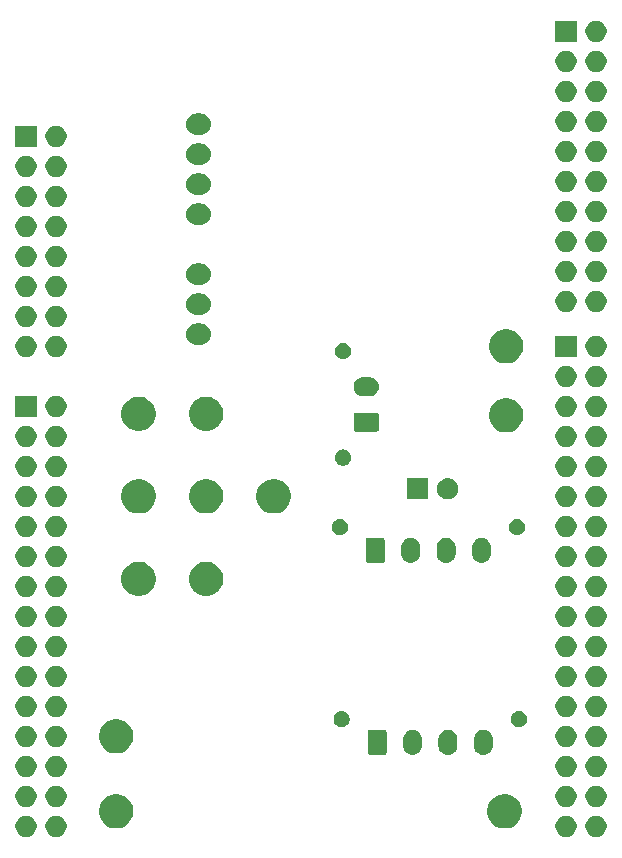
<source format=gbr>
G04 #@! TF.GenerationSoftware,KiCad,Pcbnew,(5.1.5)-3*
G04 #@! TF.CreationDate,2020-03-07T13:53:33-06:00*
G04 #@! TF.ProjectId,TelemetryBoard,54656c65-6d65-4747-9279-426f6172642e,rev?*
G04 #@! TF.SameCoordinates,Original*
G04 #@! TF.FileFunction,Soldermask,Bot*
G04 #@! TF.FilePolarity,Negative*
%FSLAX46Y46*%
G04 Gerber Fmt 4.6, Leading zero omitted, Abs format (unit mm)*
G04 Created by KiCad (PCBNEW (5.1.5)-3) date 2020-03-07 13:53:33*
%MOMM*%
%LPD*%
G04 APERTURE LIST*
%ADD10C,0.100000*%
G04 APERTURE END LIST*
D10*
G36*
X124573512Y-108323927D02*
G01*
X124722812Y-108353624D01*
X124886784Y-108421544D01*
X125034354Y-108520147D01*
X125159853Y-108645646D01*
X125258456Y-108793216D01*
X125326376Y-108957188D01*
X125361000Y-109131259D01*
X125361000Y-109308741D01*
X125326376Y-109482812D01*
X125258456Y-109646784D01*
X125159853Y-109794354D01*
X125034354Y-109919853D01*
X124886784Y-110018456D01*
X124722812Y-110086376D01*
X124573512Y-110116073D01*
X124548742Y-110121000D01*
X124371258Y-110121000D01*
X124346488Y-110116073D01*
X124197188Y-110086376D01*
X124033216Y-110018456D01*
X123885646Y-109919853D01*
X123760147Y-109794354D01*
X123661544Y-109646784D01*
X123593624Y-109482812D01*
X123559000Y-109308741D01*
X123559000Y-109131259D01*
X123593624Y-108957188D01*
X123661544Y-108793216D01*
X123760147Y-108645646D01*
X123885646Y-108520147D01*
X124033216Y-108421544D01*
X124197188Y-108353624D01*
X124346488Y-108323927D01*
X124371258Y-108319000D01*
X124548742Y-108319000D01*
X124573512Y-108323927D01*
G37*
G36*
X122033512Y-108323927D02*
G01*
X122182812Y-108353624D01*
X122346784Y-108421544D01*
X122494354Y-108520147D01*
X122619853Y-108645646D01*
X122718456Y-108793216D01*
X122786376Y-108957188D01*
X122821000Y-109131259D01*
X122821000Y-109308741D01*
X122786376Y-109482812D01*
X122718456Y-109646784D01*
X122619853Y-109794354D01*
X122494354Y-109919853D01*
X122346784Y-110018456D01*
X122182812Y-110086376D01*
X122033512Y-110116073D01*
X122008742Y-110121000D01*
X121831258Y-110121000D01*
X121806488Y-110116073D01*
X121657188Y-110086376D01*
X121493216Y-110018456D01*
X121345646Y-109919853D01*
X121220147Y-109794354D01*
X121121544Y-109646784D01*
X121053624Y-109482812D01*
X121019000Y-109308741D01*
X121019000Y-109131259D01*
X121053624Y-108957188D01*
X121121544Y-108793216D01*
X121220147Y-108645646D01*
X121345646Y-108520147D01*
X121493216Y-108421544D01*
X121657188Y-108353624D01*
X121806488Y-108323927D01*
X121831258Y-108319000D01*
X122008742Y-108319000D01*
X122033512Y-108323927D01*
G37*
G36*
X78853512Y-108323927D02*
G01*
X79002812Y-108353624D01*
X79166784Y-108421544D01*
X79314354Y-108520147D01*
X79439853Y-108645646D01*
X79538456Y-108793216D01*
X79606376Y-108957188D01*
X79641000Y-109131259D01*
X79641000Y-109308741D01*
X79606376Y-109482812D01*
X79538456Y-109646784D01*
X79439853Y-109794354D01*
X79314354Y-109919853D01*
X79166784Y-110018456D01*
X79002812Y-110086376D01*
X78853512Y-110116073D01*
X78828742Y-110121000D01*
X78651258Y-110121000D01*
X78626488Y-110116073D01*
X78477188Y-110086376D01*
X78313216Y-110018456D01*
X78165646Y-109919853D01*
X78040147Y-109794354D01*
X77941544Y-109646784D01*
X77873624Y-109482812D01*
X77839000Y-109308741D01*
X77839000Y-109131259D01*
X77873624Y-108957188D01*
X77941544Y-108793216D01*
X78040147Y-108645646D01*
X78165646Y-108520147D01*
X78313216Y-108421544D01*
X78477188Y-108353624D01*
X78626488Y-108323927D01*
X78651258Y-108319000D01*
X78828742Y-108319000D01*
X78853512Y-108323927D01*
G37*
G36*
X76313512Y-108323927D02*
G01*
X76462812Y-108353624D01*
X76626784Y-108421544D01*
X76774354Y-108520147D01*
X76899853Y-108645646D01*
X76998456Y-108793216D01*
X77066376Y-108957188D01*
X77101000Y-109131259D01*
X77101000Y-109308741D01*
X77066376Y-109482812D01*
X76998456Y-109646784D01*
X76899853Y-109794354D01*
X76774354Y-109919853D01*
X76626784Y-110018456D01*
X76462812Y-110086376D01*
X76313512Y-110116073D01*
X76288742Y-110121000D01*
X76111258Y-110121000D01*
X76086488Y-110116073D01*
X75937188Y-110086376D01*
X75773216Y-110018456D01*
X75625646Y-109919853D01*
X75500147Y-109794354D01*
X75401544Y-109646784D01*
X75333624Y-109482812D01*
X75299000Y-109308741D01*
X75299000Y-109131259D01*
X75333624Y-108957188D01*
X75401544Y-108793216D01*
X75500147Y-108645646D01*
X75625646Y-108520147D01*
X75773216Y-108421544D01*
X75937188Y-108353624D01*
X76086488Y-108323927D01*
X76111258Y-108319000D01*
X76288742Y-108319000D01*
X76313512Y-108323927D01*
G37*
G36*
X84243241Y-106554760D02*
G01*
X84507305Y-106664139D01*
X84744958Y-106822934D01*
X84947066Y-107025042D01*
X85105861Y-107262695D01*
X85215240Y-107526759D01*
X85271000Y-107807088D01*
X85271000Y-108092912D01*
X85215240Y-108373241D01*
X85105861Y-108637305D01*
X84947066Y-108874958D01*
X84744958Y-109077066D01*
X84507305Y-109235861D01*
X84243241Y-109345240D01*
X83962912Y-109401000D01*
X83677088Y-109401000D01*
X83396759Y-109345240D01*
X83132695Y-109235861D01*
X82895042Y-109077066D01*
X82692934Y-108874958D01*
X82534139Y-108637305D01*
X82424760Y-108373241D01*
X82369000Y-108092912D01*
X82369000Y-107807088D01*
X82424760Y-107526759D01*
X82534139Y-107262695D01*
X82692934Y-107025042D01*
X82895042Y-106822934D01*
X83132695Y-106664139D01*
X83396759Y-106554760D01*
X83677088Y-106499000D01*
X83962912Y-106499000D01*
X84243241Y-106554760D01*
G37*
G36*
X117136241Y-106554760D02*
G01*
X117400305Y-106664139D01*
X117637958Y-106822934D01*
X117840066Y-107025042D01*
X117998861Y-107262695D01*
X118108240Y-107526759D01*
X118164000Y-107807088D01*
X118164000Y-108092912D01*
X118108240Y-108373241D01*
X117998861Y-108637305D01*
X117840066Y-108874958D01*
X117637958Y-109077066D01*
X117400305Y-109235861D01*
X117136241Y-109345240D01*
X116855912Y-109401000D01*
X116570088Y-109401000D01*
X116289759Y-109345240D01*
X116025695Y-109235861D01*
X115788042Y-109077066D01*
X115585934Y-108874958D01*
X115427139Y-108637305D01*
X115317760Y-108373241D01*
X115262000Y-108092912D01*
X115262000Y-107807088D01*
X115317760Y-107526759D01*
X115427139Y-107262695D01*
X115585934Y-107025042D01*
X115788042Y-106822934D01*
X116025695Y-106664139D01*
X116289759Y-106554760D01*
X116570088Y-106499000D01*
X116855912Y-106499000D01*
X117136241Y-106554760D01*
G37*
G36*
X122033512Y-105783927D02*
G01*
X122182812Y-105813624D01*
X122346784Y-105881544D01*
X122494354Y-105980147D01*
X122619853Y-106105646D01*
X122718456Y-106253216D01*
X122786376Y-106417188D01*
X122821000Y-106591259D01*
X122821000Y-106768741D01*
X122786376Y-106942812D01*
X122718456Y-107106784D01*
X122619853Y-107254354D01*
X122494354Y-107379853D01*
X122346784Y-107478456D01*
X122182812Y-107546376D01*
X122033512Y-107576073D01*
X122008742Y-107581000D01*
X121831258Y-107581000D01*
X121806488Y-107576073D01*
X121657188Y-107546376D01*
X121493216Y-107478456D01*
X121345646Y-107379853D01*
X121220147Y-107254354D01*
X121121544Y-107106784D01*
X121053624Y-106942812D01*
X121019000Y-106768741D01*
X121019000Y-106591259D01*
X121053624Y-106417188D01*
X121121544Y-106253216D01*
X121220147Y-106105646D01*
X121345646Y-105980147D01*
X121493216Y-105881544D01*
X121657188Y-105813624D01*
X121806488Y-105783927D01*
X121831258Y-105779000D01*
X122008742Y-105779000D01*
X122033512Y-105783927D01*
G37*
G36*
X124573512Y-105783927D02*
G01*
X124722812Y-105813624D01*
X124886784Y-105881544D01*
X125034354Y-105980147D01*
X125159853Y-106105646D01*
X125258456Y-106253216D01*
X125326376Y-106417188D01*
X125361000Y-106591259D01*
X125361000Y-106768741D01*
X125326376Y-106942812D01*
X125258456Y-107106784D01*
X125159853Y-107254354D01*
X125034354Y-107379853D01*
X124886784Y-107478456D01*
X124722812Y-107546376D01*
X124573512Y-107576073D01*
X124548742Y-107581000D01*
X124371258Y-107581000D01*
X124346488Y-107576073D01*
X124197188Y-107546376D01*
X124033216Y-107478456D01*
X123885646Y-107379853D01*
X123760147Y-107254354D01*
X123661544Y-107106784D01*
X123593624Y-106942812D01*
X123559000Y-106768741D01*
X123559000Y-106591259D01*
X123593624Y-106417188D01*
X123661544Y-106253216D01*
X123760147Y-106105646D01*
X123885646Y-105980147D01*
X124033216Y-105881544D01*
X124197188Y-105813624D01*
X124346488Y-105783927D01*
X124371258Y-105779000D01*
X124548742Y-105779000D01*
X124573512Y-105783927D01*
G37*
G36*
X78853512Y-105783927D02*
G01*
X79002812Y-105813624D01*
X79166784Y-105881544D01*
X79314354Y-105980147D01*
X79439853Y-106105646D01*
X79538456Y-106253216D01*
X79606376Y-106417188D01*
X79641000Y-106591259D01*
X79641000Y-106768741D01*
X79606376Y-106942812D01*
X79538456Y-107106784D01*
X79439853Y-107254354D01*
X79314354Y-107379853D01*
X79166784Y-107478456D01*
X79002812Y-107546376D01*
X78853512Y-107576073D01*
X78828742Y-107581000D01*
X78651258Y-107581000D01*
X78626488Y-107576073D01*
X78477188Y-107546376D01*
X78313216Y-107478456D01*
X78165646Y-107379853D01*
X78040147Y-107254354D01*
X77941544Y-107106784D01*
X77873624Y-106942812D01*
X77839000Y-106768741D01*
X77839000Y-106591259D01*
X77873624Y-106417188D01*
X77941544Y-106253216D01*
X78040147Y-106105646D01*
X78165646Y-105980147D01*
X78313216Y-105881544D01*
X78477188Y-105813624D01*
X78626488Y-105783927D01*
X78651258Y-105779000D01*
X78828742Y-105779000D01*
X78853512Y-105783927D01*
G37*
G36*
X76313512Y-105783927D02*
G01*
X76462812Y-105813624D01*
X76626784Y-105881544D01*
X76774354Y-105980147D01*
X76899853Y-106105646D01*
X76998456Y-106253216D01*
X77066376Y-106417188D01*
X77101000Y-106591259D01*
X77101000Y-106768741D01*
X77066376Y-106942812D01*
X76998456Y-107106784D01*
X76899853Y-107254354D01*
X76774354Y-107379853D01*
X76626784Y-107478456D01*
X76462812Y-107546376D01*
X76313512Y-107576073D01*
X76288742Y-107581000D01*
X76111258Y-107581000D01*
X76086488Y-107576073D01*
X75937188Y-107546376D01*
X75773216Y-107478456D01*
X75625646Y-107379853D01*
X75500147Y-107254354D01*
X75401544Y-107106784D01*
X75333624Y-106942812D01*
X75299000Y-106768741D01*
X75299000Y-106591259D01*
X75333624Y-106417188D01*
X75401544Y-106253216D01*
X75500147Y-106105646D01*
X75625646Y-105980147D01*
X75773216Y-105881544D01*
X75937188Y-105813624D01*
X76086488Y-105783927D01*
X76111258Y-105779000D01*
X76288742Y-105779000D01*
X76313512Y-105783927D01*
G37*
G36*
X122033512Y-103243927D02*
G01*
X122182812Y-103273624D01*
X122346784Y-103341544D01*
X122494354Y-103440147D01*
X122619853Y-103565646D01*
X122718456Y-103713216D01*
X122786376Y-103877188D01*
X122821000Y-104051259D01*
X122821000Y-104228741D01*
X122786376Y-104402812D01*
X122718456Y-104566784D01*
X122619853Y-104714354D01*
X122494354Y-104839853D01*
X122346784Y-104938456D01*
X122182812Y-105006376D01*
X122033512Y-105036073D01*
X122008742Y-105041000D01*
X121831258Y-105041000D01*
X121806488Y-105036073D01*
X121657188Y-105006376D01*
X121493216Y-104938456D01*
X121345646Y-104839853D01*
X121220147Y-104714354D01*
X121121544Y-104566784D01*
X121053624Y-104402812D01*
X121019000Y-104228741D01*
X121019000Y-104051259D01*
X121053624Y-103877188D01*
X121121544Y-103713216D01*
X121220147Y-103565646D01*
X121345646Y-103440147D01*
X121493216Y-103341544D01*
X121657188Y-103273624D01*
X121806488Y-103243927D01*
X121831258Y-103239000D01*
X122008742Y-103239000D01*
X122033512Y-103243927D01*
G37*
G36*
X78853512Y-103243927D02*
G01*
X79002812Y-103273624D01*
X79166784Y-103341544D01*
X79314354Y-103440147D01*
X79439853Y-103565646D01*
X79538456Y-103713216D01*
X79606376Y-103877188D01*
X79641000Y-104051259D01*
X79641000Y-104228741D01*
X79606376Y-104402812D01*
X79538456Y-104566784D01*
X79439853Y-104714354D01*
X79314354Y-104839853D01*
X79166784Y-104938456D01*
X79002812Y-105006376D01*
X78853512Y-105036073D01*
X78828742Y-105041000D01*
X78651258Y-105041000D01*
X78626488Y-105036073D01*
X78477188Y-105006376D01*
X78313216Y-104938456D01*
X78165646Y-104839853D01*
X78040147Y-104714354D01*
X77941544Y-104566784D01*
X77873624Y-104402812D01*
X77839000Y-104228741D01*
X77839000Y-104051259D01*
X77873624Y-103877188D01*
X77941544Y-103713216D01*
X78040147Y-103565646D01*
X78165646Y-103440147D01*
X78313216Y-103341544D01*
X78477188Y-103273624D01*
X78626488Y-103243927D01*
X78651258Y-103239000D01*
X78828742Y-103239000D01*
X78853512Y-103243927D01*
G37*
G36*
X124573512Y-103243927D02*
G01*
X124722812Y-103273624D01*
X124886784Y-103341544D01*
X125034354Y-103440147D01*
X125159853Y-103565646D01*
X125258456Y-103713216D01*
X125326376Y-103877188D01*
X125361000Y-104051259D01*
X125361000Y-104228741D01*
X125326376Y-104402812D01*
X125258456Y-104566784D01*
X125159853Y-104714354D01*
X125034354Y-104839853D01*
X124886784Y-104938456D01*
X124722812Y-105006376D01*
X124573512Y-105036073D01*
X124548742Y-105041000D01*
X124371258Y-105041000D01*
X124346488Y-105036073D01*
X124197188Y-105006376D01*
X124033216Y-104938456D01*
X123885646Y-104839853D01*
X123760147Y-104714354D01*
X123661544Y-104566784D01*
X123593624Y-104402812D01*
X123559000Y-104228741D01*
X123559000Y-104051259D01*
X123593624Y-103877188D01*
X123661544Y-103713216D01*
X123760147Y-103565646D01*
X123885646Y-103440147D01*
X124033216Y-103341544D01*
X124197188Y-103273624D01*
X124346488Y-103243927D01*
X124371258Y-103239000D01*
X124548742Y-103239000D01*
X124573512Y-103243927D01*
G37*
G36*
X76313512Y-103243927D02*
G01*
X76462812Y-103273624D01*
X76626784Y-103341544D01*
X76774354Y-103440147D01*
X76899853Y-103565646D01*
X76998456Y-103713216D01*
X77066376Y-103877188D01*
X77101000Y-104051259D01*
X77101000Y-104228741D01*
X77066376Y-104402812D01*
X76998456Y-104566784D01*
X76899853Y-104714354D01*
X76774354Y-104839853D01*
X76626784Y-104938456D01*
X76462812Y-105006376D01*
X76313512Y-105036073D01*
X76288742Y-105041000D01*
X76111258Y-105041000D01*
X76086488Y-105036073D01*
X75937188Y-105006376D01*
X75773216Y-104938456D01*
X75625646Y-104839853D01*
X75500147Y-104714354D01*
X75401544Y-104566784D01*
X75333624Y-104402812D01*
X75299000Y-104228741D01*
X75299000Y-104051259D01*
X75333624Y-103877188D01*
X75401544Y-103713216D01*
X75500147Y-103565646D01*
X75625646Y-103440147D01*
X75773216Y-103341544D01*
X75937188Y-103273624D01*
X76086488Y-103243927D01*
X76111258Y-103239000D01*
X76288742Y-103239000D01*
X76313512Y-103243927D01*
G37*
G36*
X115075022Y-101058590D02*
G01*
X115140511Y-101078456D01*
X115226012Y-101104392D01*
X115331193Y-101160613D01*
X115365164Y-101178771D01*
X115487133Y-101278867D01*
X115534996Y-101337189D01*
X115587229Y-101400835D01*
X115661608Y-101539987D01*
X115676875Y-101590318D01*
X115707410Y-101690977D01*
X115719000Y-101808655D01*
X115719000Y-102407345D01*
X115707410Y-102525023D01*
X115676875Y-102625682D01*
X115661608Y-102676013D01*
X115587229Y-102815165D01*
X115487133Y-102937133D01*
X115365165Y-103037229D01*
X115226013Y-103111608D01*
X115175682Y-103126875D01*
X115075023Y-103157410D01*
X114918000Y-103172875D01*
X114760978Y-103157410D01*
X114660319Y-103126875D01*
X114609988Y-103111608D01*
X114470836Y-103037229D01*
X114348868Y-102937133D01*
X114320035Y-102902000D01*
X114248772Y-102815165D01*
X114201681Y-102727065D01*
X114174392Y-102676013D01*
X114159125Y-102625682D01*
X114128590Y-102525023D01*
X114117000Y-102407345D01*
X114117000Y-101808656D01*
X114128590Y-101690978D01*
X114174392Y-101539989D01*
X114174392Y-101539988D01*
X114248771Y-101400836D01*
X114248772Y-101400835D01*
X114348867Y-101278867D01*
X114470835Y-101178771D01*
X114504806Y-101160613D01*
X114609987Y-101104392D01*
X114695488Y-101078456D01*
X114760977Y-101058590D01*
X114918000Y-101043125D01*
X115075022Y-101058590D01*
G37*
G36*
X109075022Y-101058590D02*
G01*
X109140511Y-101078456D01*
X109226012Y-101104392D01*
X109331193Y-101160613D01*
X109365164Y-101178771D01*
X109487133Y-101278867D01*
X109534996Y-101337189D01*
X109587229Y-101400835D01*
X109661608Y-101539987D01*
X109676875Y-101590318D01*
X109707410Y-101690977D01*
X109719000Y-101808655D01*
X109719000Y-102407345D01*
X109707410Y-102525023D01*
X109676875Y-102625682D01*
X109661608Y-102676013D01*
X109587229Y-102815165D01*
X109487133Y-102937133D01*
X109365165Y-103037229D01*
X109226013Y-103111608D01*
X109175682Y-103126875D01*
X109075023Y-103157410D01*
X108918000Y-103172875D01*
X108760978Y-103157410D01*
X108660319Y-103126875D01*
X108609988Y-103111608D01*
X108470836Y-103037229D01*
X108348868Y-102937133D01*
X108320035Y-102902000D01*
X108248772Y-102815165D01*
X108201681Y-102727065D01*
X108174392Y-102676013D01*
X108159125Y-102625682D01*
X108128590Y-102525023D01*
X108117000Y-102407345D01*
X108117000Y-101808656D01*
X108128590Y-101690978D01*
X108174392Y-101539989D01*
X108174392Y-101539988D01*
X108248771Y-101400836D01*
X108248772Y-101400835D01*
X108348867Y-101278867D01*
X108470835Y-101178771D01*
X108504806Y-101160613D01*
X108609987Y-101104392D01*
X108695488Y-101078456D01*
X108760977Y-101058590D01*
X108918000Y-101043125D01*
X109075022Y-101058590D01*
G37*
G36*
X112075022Y-101058590D02*
G01*
X112140511Y-101078456D01*
X112226012Y-101104392D01*
X112331193Y-101160613D01*
X112365164Y-101178771D01*
X112487133Y-101278867D01*
X112534996Y-101337189D01*
X112587229Y-101400835D01*
X112661608Y-101539987D01*
X112676875Y-101590318D01*
X112707410Y-101690977D01*
X112719000Y-101808655D01*
X112719000Y-102407345D01*
X112707410Y-102525023D01*
X112676875Y-102625682D01*
X112661608Y-102676013D01*
X112587229Y-102815165D01*
X112487133Y-102937133D01*
X112365165Y-103037229D01*
X112226013Y-103111608D01*
X112175682Y-103126875D01*
X112075023Y-103157410D01*
X111918000Y-103172875D01*
X111760978Y-103157410D01*
X111660319Y-103126875D01*
X111609988Y-103111608D01*
X111470836Y-103037229D01*
X111348868Y-102937133D01*
X111320035Y-102902000D01*
X111248772Y-102815165D01*
X111201681Y-102727065D01*
X111174392Y-102676013D01*
X111159125Y-102625682D01*
X111128590Y-102525023D01*
X111117000Y-102407345D01*
X111117000Y-101808656D01*
X111128590Y-101690978D01*
X111174392Y-101539989D01*
X111174392Y-101539988D01*
X111248771Y-101400836D01*
X111248772Y-101400835D01*
X111348867Y-101278867D01*
X111470835Y-101178771D01*
X111504806Y-101160613D01*
X111609987Y-101104392D01*
X111695488Y-101078456D01*
X111760977Y-101058590D01*
X111918000Y-101043125D01*
X112075022Y-101058590D01*
G37*
G36*
X106571048Y-101051122D02*
G01*
X106605387Y-101061539D01*
X106637036Y-101078456D01*
X106664778Y-101101222D01*
X106687544Y-101128964D01*
X106704461Y-101160613D01*
X106714878Y-101194952D01*
X106719000Y-101236807D01*
X106719000Y-102979193D01*
X106714878Y-103021048D01*
X106704461Y-103055387D01*
X106687544Y-103087036D01*
X106664778Y-103114778D01*
X106637036Y-103137544D01*
X106605387Y-103154461D01*
X106571048Y-103164878D01*
X106529193Y-103169000D01*
X105306807Y-103169000D01*
X105264952Y-103164878D01*
X105230613Y-103154461D01*
X105198964Y-103137544D01*
X105171222Y-103114778D01*
X105148456Y-103087036D01*
X105131539Y-103055387D01*
X105121122Y-103021048D01*
X105117000Y-102979193D01*
X105117000Y-101236807D01*
X105121122Y-101194952D01*
X105131539Y-101160613D01*
X105148456Y-101128964D01*
X105171222Y-101101222D01*
X105198964Y-101078456D01*
X105230613Y-101061539D01*
X105264952Y-101051122D01*
X105306807Y-101047000D01*
X106529193Y-101047000D01*
X106571048Y-101051122D01*
G37*
G36*
X84243241Y-100204760D02*
G01*
X84507305Y-100314139D01*
X84744958Y-100472934D01*
X84947066Y-100675042D01*
X85105861Y-100912695D01*
X85215240Y-101176759D01*
X85271000Y-101457088D01*
X85271000Y-101742912D01*
X85215240Y-102023241D01*
X85105861Y-102287305D01*
X84947066Y-102524958D01*
X84744958Y-102727066D01*
X84507305Y-102885861D01*
X84243241Y-102995240D01*
X83962912Y-103051000D01*
X83677088Y-103051000D01*
X83396759Y-102995240D01*
X83132695Y-102885861D01*
X82895042Y-102727066D01*
X82692934Y-102524958D01*
X82534139Y-102287305D01*
X82424760Y-102023241D01*
X82369000Y-101742912D01*
X82369000Y-101457088D01*
X82424760Y-101176759D01*
X82534139Y-100912695D01*
X82692934Y-100675042D01*
X82895042Y-100472934D01*
X83132695Y-100314139D01*
X83396759Y-100204760D01*
X83677088Y-100149000D01*
X83962912Y-100149000D01*
X84243241Y-100204760D01*
G37*
G36*
X78853512Y-100703927D02*
G01*
X79002812Y-100733624D01*
X79166784Y-100801544D01*
X79314354Y-100900147D01*
X79439853Y-101025646D01*
X79538456Y-101173216D01*
X79606376Y-101337188D01*
X79641000Y-101511259D01*
X79641000Y-101688741D01*
X79606376Y-101862812D01*
X79538456Y-102026784D01*
X79439853Y-102174354D01*
X79314354Y-102299853D01*
X79166784Y-102398456D01*
X79002812Y-102466376D01*
X78853512Y-102496073D01*
X78828742Y-102501000D01*
X78651258Y-102501000D01*
X78626488Y-102496073D01*
X78477188Y-102466376D01*
X78313216Y-102398456D01*
X78165646Y-102299853D01*
X78040147Y-102174354D01*
X77941544Y-102026784D01*
X77873624Y-101862812D01*
X77839000Y-101688741D01*
X77839000Y-101511259D01*
X77873624Y-101337188D01*
X77941544Y-101173216D01*
X78040147Y-101025646D01*
X78165646Y-100900147D01*
X78313216Y-100801544D01*
X78477188Y-100733624D01*
X78626488Y-100703927D01*
X78651258Y-100699000D01*
X78828742Y-100699000D01*
X78853512Y-100703927D01*
G37*
G36*
X124573512Y-100703927D02*
G01*
X124722812Y-100733624D01*
X124886784Y-100801544D01*
X125034354Y-100900147D01*
X125159853Y-101025646D01*
X125258456Y-101173216D01*
X125326376Y-101337188D01*
X125361000Y-101511259D01*
X125361000Y-101688741D01*
X125326376Y-101862812D01*
X125258456Y-102026784D01*
X125159853Y-102174354D01*
X125034354Y-102299853D01*
X124886784Y-102398456D01*
X124722812Y-102466376D01*
X124573512Y-102496073D01*
X124548742Y-102501000D01*
X124371258Y-102501000D01*
X124346488Y-102496073D01*
X124197188Y-102466376D01*
X124033216Y-102398456D01*
X123885646Y-102299853D01*
X123760147Y-102174354D01*
X123661544Y-102026784D01*
X123593624Y-101862812D01*
X123559000Y-101688741D01*
X123559000Y-101511259D01*
X123593624Y-101337188D01*
X123661544Y-101173216D01*
X123760147Y-101025646D01*
X123885646Y-100900147D01*
X124033216Y-100801544D01*
X124197188Y-100733624D01*
X124346488Y-100703927D01*
X124371258Y-100699000D01*
X124548742Y-100699000D01*
X124573512Y-100703927D01*
G37*
G36*
X122033512Y-100703927D02*
G01*
X122182812Y-100733624D01*
X122346784Y-100801544D01*
X122494354Y-100900147D01*
X122619853Y-101025646D01*
X122718456Y-101173216D01*
X122786376Y-101337188D01*
X122821000Y-101511259D01*
X122821000Y-101688741D01*
X122786376Y-101862812D01*
X122718456Y-102026784D01*
X122619853Y-102174354D01*
X122494354Y-102299853D01*
X122346784Y-102398456D01*
X122182812Y-102466376D01*
X122033512Y-102496073D01*
X122008742Y-102501000D01*
X121831258Y-102501000D01*
X121806488Y-102496073D01*
X121657188Y-102466376D01*
X121493216Y-102398456D01*
X121345646Y-102299853D01*
X121220147Y-102174354D01*
X121121544Y-102026784D01*
X121053624Y-101862812D01*
X121019000Y-101688741D01*
X121019000Y-101511259D01*
X121053624Y-101337188D01*
X121121544Y-101173216D01*
X121220147Y-101025646D01*
X121345646Y-100900147D01*
X121493216Y-100801544D01*
X121657188Y-100733624D01*
X121806488Y-100703927D01*
X121831258Y-100699000D01*
X122008742Y-100699000D01*
X122033512Y-100703927D01*
G37*
G36*
X76313512Y-100703927D02*
G01*
X76462812Y-100733624D01*
X76626784Y-100801544D01*
X76774354Y-100900147D01*
X76899853Y-101025646D01*
X76998456Y-101173216D01*
X77066376Y-101337188D01*
X77101000Y-101511259D01*
X77101000Y-101688741D01*
X77066376Y-101862812D01*
X76998456Y-102026784D01*
X76899853Y-102174354D01*
X76774354Y-102299853D01*
X76626784Y-102398456D01*
X76462812Y-102466376D01*
X76313512Y-102496073D01*
X76288742Y-102501000D01*
X76111258Y-102501000D01*
X76086488Y-102496073D01*
X75937188Y-102466376D01*
X75773216Y-102398456D01*
X75625646Y-102299853D01*
X75500147Y-102174354D01*
X75401544Y-102026784D01*
X75333624Y-101862812D01*
X75299000Y-101688741D01*
X75299000Y-101511259D01*
X75333624Y-101337188D01*
X75401544Y-101173216D01*
X75500147Y-101025646D01*
X75625646Y-100900147D01*
X75773216Y-100801544D01*
X75937188Y-100733624D01*
X76086488Y-100703927D01*
X76111258Y-100699000D01*
X76288742Y-100699000D01*
X76313512Y-100703927D01*
G37*
G36*
X103118098Y-99488362D02*
G01*
X103242941Y-99540074D01*
X103242943Y-99540075D01*
X103355299Y-99615149D01*
X103450851Y-99710701D01*
X103525926Y-99823059D01*
X103577638Y-99947902D01*
X103604000Y-100080434D01*
X103604000Y-100215566D01*
X103577638Y-100348098D01*
X103525929Y-100472934D01*
X103525925Y-100472943D01*
X103450851Y-100585299D01*
X103355299Y-100680851D01*
X103242943Y-100755925D01*
X103242942Y-100755926D01*
X103242941Y-100755926D01*
X103118098Y-100807638D01*
X102985566Y-100834000D01*
X102850434Y-100834000D01*
X102717902Y-100807638D01*
X102593059Y-100755926D01*
X102593058Y-100755926D01*
X102593057Y-100755925D01*
X102480701Y-100680851D01*
X102385149Y-100585299D01*
X102310075Y-100472943D01*
X102310071Y-100472934D01*
X102258362Y-100348098D01*
X102232000Y-100215566D01*
X102232000Y-100080434D01*
X102258362Y-99947902D01*
X102310074Y-99823059D01*
X102385149Y-99710701D01*
X102480701Y-99615149D01*
X102593057Y-99540075D01*
X102593059Y-99540074D01*
X102717902Y-99488362D01*
X102850434Y-99462000D01*
X102985566Y-99462000D01*
X103118098Y-99488362D01*
G37*
G36*
X118118098Y-99488362D02*
G01*
X118242941Y-99540074D01*
X118242943Y-99540075D01*
X118355299Y-99615149D01*
X118450851Y-99710701D01*
X118525926Y-99823059D01*
X118577638Y-99947902D01*
X118604000Y-100080434D01*
X118604000Y-100215566D01*
X118577638Y-100348098D01*
X118525929Y-100472934D01*
X118525925Y-100472943D01*
X118450851Y-100585299D01*
X118355299Y-100680851D01*
X118242943Y-100755925D01*
X118242942Y-100755926D01*
X118242941Y-100755926D01*
X118118098Y-100807638D01*
X117985566Y-100834000D01*
X117850434Y-100834000D01*
X117717902Y-100807638D01*
X117593059Y-100755926D01*
X117593058Y-100755926D01*
X117593057Y-100755925D01*
X117480701Y-100680851D01*
X117385149Y-100585299D01*
X117310075Y-100472943D01*
X117310071Y-100472934D01*
X117258362Y-100348098D01*
X117232000Y-100215566D01*
X117232000Y-100080434D01*
X117258362Y-99947902D01*
X117310074Y-99823059D01*
X117385149Y-99710701D01*
X117480701Y-99615149D01*
X117593057Y-99540075D01*
X117593059Y-99540074D01*
X117717902Y-99488362D01*
X117850434Y-99462000D01*
X117985566Y-99462000D01*
X118118098Y-99488362D01*
G37*
G36*
X78853512Y-98163927D02*
G01*
X79002812Y-98193624D01*
X79166784Y-98261544D01*
X79314354Y-98360147D01*
X79439853Y-98485646D01*
X79538456Y-98633216D01*
X79606376Y-98797188D01*
X79641000Y-98971259D01*
X79641000Y-99148741D01*
X79606376Y-99322812D01*
X79538456Y-99486784D01*
X79439853Y-99634354D01*
X79314354Y-99759853D01*
X79166784Y-99858456D01*
X79002812Y-99926376D01*
X78853512Y-99956073D01*
X78828742Y-99961000D01*
X78651258Y-99961000D01*
X78626488Y-99956073D01*
X78477188Y-99926376D01*
X78313216Y-99858456D01*
X78165646Y-99759853D01*
X78040147Y-99634354D01*
X77941544Y-99486784D01*
X77873624Y-99322812D01*
X77839000Y-99148741D01*
X77839000Y-98971259D01*
X77873624Y-98797188D01*
X77941544Y-98633216D01*
X78040147Y-98485646D01*
X78165646Y-98360147D01*
X78313216Y-98261544D01*
X78477188Y-98193624D01*
X78626488Y-98163927D01*
X78651258Y-98159000D01*
X78828742Y-98159000D01*
X78853512Y-98163927D01*
G37*
G36*
X124573512Y-98163927D02*
G01*
X124722812Y-98193624D01*
X124886784Y-98261544D01*
X125034354Y-98360147D01*
X125159853Y-98485646D01*
X125258456Y-98633216D01*
X125326376Y-98797188D01*
X125361000Y-98971259D01*
X125361000Y-99148741D01*
X125326376Y-99322812D01*
X125258456Y-99486784D01*
X125159853Y-99634354D01*
X125034354Y-99759853D01*
X124886784Y-99858456D01*
X124722812Y-99926376D01*
X124573512Y-99956073D01*
X124548742Y-99961000D01*
X124371258Y-99961000D01*
X124346488Y-99956073D01*
X124197188Y-99926376D01*
X124033216Y-99858456D01*
X123885646Y-99759853D01*
X123760147Y-99634354D01*
X123661544Y-99486784D01*
X123593624Y-99322812D01*
X123559000Y-99148741D01*
X123559000Y-98971259D01*
X123593624Y-98797188D01*
X123661544Y-98633216D01*
X123760147Y-98485646D01*
X123885646Y-98360147D01*
X124033216Y-98261544D01*
X124197188Y-98193624D01*
X124346488Y-98163927D01*
X124371258Y-98159000D01*
X124548742Y-98159000D01*
X124573512Y-98163927D01*
G37*
G36*
X76313512Y-98163927D02*
G01*
X76462812Y-98193624D01*
X76626784Y-98261544D01*
X76774354Y-98360147D01*
X76899853Y-98485646D01*
X76998456Y-98633216D01*
X77066376Y-98797188D01*
X77101000Y-98971259D01*
X77101000Y-99148741D01*
X77066376Y-99322812D01*
X76998456Y-99486784D01*
X76899853Y-99634354D01*
X76774354Y-99759853D01*
X76626784Y-99858456D01*
X76462812Y-99926376D01*
X76313512Y-99956073D01*
X76288742Y-99961000D01*
X76111258Y-99961000D01*
X76086488Y-99956073D01*
X75937188Y-99926376D01*
X75773216Y-99858456D01*
X75625646Y-99759853D01*
X75500147Y-99634354D01*
X75401544Y-99486784D01*
X75333624Y-99322812D01*
X75299000Y-99148741D01*
X75299000Y-98971259D01*
X75333624Y-98797188D01*
X75401544Y-98633216D01*
X75500147Y-98485646D01*
X75625646Y-98360147D01*
X75773216Y-98261544D01*
X75937188Y-98193624D01*
X76086488Y-98163927D01*
X76111258Y-98159000D01*
X76288742Y-98159000D01*
X76313512Y-98163927D01*
G37*
G36*
X122033512Y-98163927D02*
G01*
X122182812Y-98193624D01*
X122346784Y-98261544D01*
X122494354Y-98360147D01*
X122619853Y-98485646D01*
X122718456Y-98633216D01*
X122786376Y-98797188D01*
X122821000Y-98971259D01*
X122821000Y-99148741D01*
X122786376Y-99322812D01*
X122718456Y-99486784D01*
X122619853Y-99634354D01*
X122494354Y-99759853D01*
X122346784Y-99858456D01*
X122182812Y-99926376D01*
X122033512Y-99956073D01*
X122008742Y-99961000D01*
X121831258Y-99961000D01*
X121806488Y-99956073D01*
X121657188Y-99926376D01*
X121493216Y-99858456D01*
X121345646Y-99759853D01*
X121220147Y-99634354D01*
X121121544Y-99486784D01*
X121053624Y-99322812D01*
X121019000Y-99148741D01*
X121019000Y-98971259D01*
X121053624Y-98797188D01*
X121121544Y-98633216D01*
X121220147Y-98485646D01*
X121345646Y-98360147D01*
X121493216Y-98261544D01*
X121657188Y-98193624D01*
X121806488Y-98163927D01*
X121831258Y-98159000D01*
X122008742Y-98159000D01*
X122033512Y-98163927D01*
G37*
G36*
X76313512Y-95623927D02*
G01*
X76462812Y-95653624D01*
X76626784Y-95721544D01*
X76774354Y-95820147D01*
X76899853Y-95945646D01*
X76998456Y-96093216D01*
X77066376Y-96257188D01*
X77101000Y-96431259D01*
X77101000Y-96608741D01*
X77066376Y-96782812D01*
X76998456Y-96946784D01*
X76899853Y-97094354D01*
X76774354Y-97219853D01*
X76626784Y-97318456D01*
X76462812Y-97386376D01*
X76313512Y-97416073D01*
X76288742Y-97421000D01*
X76111258Y-97421000D01*
X76086488Y-97416073D01*
X75937188Y-97386376D01*
X75773216Y-97318456D01*
X75625646Y-97219853D01*
X75500147Y-97094354D01*
X75401544Y-96946784D01*
X75333624Y-96782812D01*
X75299000Y-96608741D01*
X75299000Y-96431259D01*
X75333624Y-96257188D01*
X75401544Y-96093216D01*
X75500147Y-95945646D01*
X75625646Y-95820147D01*
X75773216Y-95721544D01*
X75937188Y-95653624D01*
X76086488Y-95623927D01*
X76111258Y-95619000D01*
X76288742Y-95619000D01*
X76313512Y-95623927D01*
G37*
G36*
X122033512Y-95623927D02*
G01*
X122182812Y-95653624D01*
X122346784Y-95721544D01*
X122494354Y-95820147D01*
X122619853Y-95945646D01*
X122718456Y-96093216D01*
X122786376Y-96257188D01*
X122821000Y-96431259D01*
X122821000Y-96608741D01*
X122786376Y-96782812D01*
X122718456Y-96946784D01*
X122619853Y-97094354D01*
X122494354Y-97219853D01*
X122346784Y-97318456D01*
X122182812Y-97386376D01*
X122033512Y-97416073D01*
X122008742Y-97421000D01*
X121831258Y-97421000D01*
X121806488Y-97416073D01*
X121657188Y-97386376D01*
X121493216Y-97318456D01*
X121345646Y-97219853D01*
X121220147Y-97094354D01*
X121121544Y-96946784D01*
X121053624Y-96782812D01*
X121019000Y-96608741D01*
X121019000Y-96431259D01*
X121053624Y-96257188D01*
X121121544Y-96093216D01*
X121220147Y-95945646D01*
X121345646Y-95820147D01*
X121493216Y-95721544D01*
X121657188Y-95653624D01*
X121806488Y-95623927D01*
X121831258Y-95619000D01*
X122008742Y-95619000D01*
X122033512Y-95623927D01*
G37*
G36*
X124573512Y-95623927D02*
G01*
X124722812Y-95653624D01*
X124886784Y-95721544D01*
X125034354Y-95820147D01*
X125159853Y-95945646D01*
X125258456Y-96093216D01*
X125326376Y-96257188D01*
X125361000Y-96431259D01*
X125361000Y-96608741D01*
X125326376Y-96782812D01*
X125258456Y-96946784D01*
X125159853Y-97094354D01*
X125034354Y-97219853D01*
X124886784Y-97318456D01*
X124722812Y-97386376D01*
X124573512Y-97416073D01*
X124548742Y-97421000D01*
X124371258Y-97421000D01*
X124346488Y-97416073D01*
X124197188Y-97386376D01*
X124033216Y-97318456D01*
X123885646Y-97219853D01*
X123760147Y-97094354D01*
X123661544Y-96946784D01*
X123593624Y-96782812D01*
X123559000Y-96608741D01*
X123559000Y-96431259D01*
X123593624Y-96257188D01*
X123661544Y-96093216D01*
X123760147Y-95945646D01*
X123885646Y-95820147D01*
X124033216Y-95721544D01*
X124197188Y-95653624D01*
X124346488Y-95623927D01*
X124371258Y-95619000D01*
X124548742Y-95619000D01*
X124573512Y-95623927D01*
G37*
G36*
X78853512Y-95623927D02*
G01*
X79002812Y-95653624D01*
X79166784Y-95721544D01*
X79314354Y-95820147D01*
X79439853Y-95945646D01*
X79538456Y-96093216D01*
X79606376Y-96257188D01*
X79641000Y-96431259D01*
X79641000Y-96608741D01*
X79606376Y-96782812D01*
X79538456Y-96946784D01*
X79439853Y-97094354D01*
X79314354Y-97219853D01*
X79166784Y-97318456D01*
X79002812Y-97386376D01*
X78853512Y-97416073D01*
X78828742Y-97421000D01*
X78651258Y-97421000D01*
X78626488Y-97416073D01*
X78477188Y-97386376D01*
X78313216Y-97318456D01*
X78165646Y-97219853D01*
X78040147Y-97094354D01*
X77941544Y-96946784D01*
X77873624Y-96782812D01*
X77839000Y-96608741D01*
X77839000Y-96431259D01*
X77873624Y-96257188D01*
X77941544Y-96093216D01*
X78040147Y-95945646D01*
X78165646Y-95820147D01*
X78313216Y-95721544D01*
X78477188Y-95653624D01*
X78626488Y-95623927D01*
X78651258Y-95619000D01*
X78828742Y-95619000D01*
X78853512Y-95623927D01*
G37*
G36*
X78853512Y-93083927D02*
G01*
X79002812Y-93113624D01*
X79166784Y-93181544D01*
X79314354Y-93280147D01*
X79439853Y-93405646D01*
X79538456Y-93553216D01*
X79606376Y-93717188D01*
X79641000Y-93891259D01*
X79641000Y-94068741D01*
X79606376Y-94242812D01*
X79538456Y-94406784D01*
X79439853Y-94554354D01*
X79314354Y-94679853D01*
X79166784Y-94778456D01*
X79002812Y-94846376D01*
X78853512Y-94876073D01*
X78828742Y-94881000D01*
X78651258Y-94881000D01*
X78626488Y-94876073D01*
X78477188Y-94846376D01*
X78313216Y-94778456D01*
X78165646Y-94679853D01*
X78040147Y-94554354D01*
X77941544Y-94406784D01*
X77873624Y-94242812D01*
X77839000Y-94068741D01*
X77839000Y-93891259D01*
X77873624Y-93717188D01*
X77941544Y-93553216D01*
X78040147Y-93405646D01*
X78165646Y-93280147D01*
X78313216Y-93181544D01*
X78477188Y-93113624D01*
X78626488Y-93083927D01*
X78651258Y-93079000D01*
X78828742Y-93079000D01*
X78853512Y-93083927D01*
G37*
G36*
X76313512Y-93083927D02*
G01*
X76462812Y-93113624D01*
X76626784Y-93181544D01*
X76774354Y-93280147D01*
X76899853Y-93405646D01*
X76998456Y-93553216D01*
X77066376Y-93717188D01*
X77101000Y-93891259D01*
X77101000Y-94068741D01*
X77066376Y-94242812D01*
X76998456Y-94406784D01*
X76899853Y-94554354D01*
X76774354Y-94679853D01*
X76626784Y-94778456D01*
X76462812Y-94846376D01*
X76313512Y-94876073D01*
X76288742Y-94881000D01*
X76111258Y-94881000D01*
X76086488Y-94876073D01*
X75937188Y-94846376D01*
X75773216Y-94778456D01*
X75625646Y-94679853D01*
X75500147Y-94554354D01*
X75401544Y-94406784D01*
X75333624Y-94242812D01*
X75299000Y-94068741D01*
X75299000Y-93891259D01*
X75333624Y-93717188D01*
X75401544Y-93553216D01*
X75500147Y-93405646D01*
X75625646Y-93280147D01*
X75773216Y-93181544D01*
X75937188Y-93113624D01*
X76086488Y-93083927D01*
X76111258Y-93079000D01*
X76288742Y-93079000D01*
X76313512Y-93083927D01*
G37*
G36*
X124573512Y-93083927D02*
G01*
X124722812Y-93113624D01*
X124886784Y-93181544D01*
X125034354Y-93280147D01*
X125159853Y-93405646D01*
X125258456Y-93553216D01*
X125326376Y-93717188D01*
X125361000Y-93891259D01*
X125361000Y-94068741D01*
X125326376Y-94242812D01*
X125258456Y-94406784D01*
X125159853Y-94554354D01*
X125034354Y-94679853D01*
X124886784Y-94778456D01*
X124722812Y-94846376D01*
X124573512Y-94876073D01*
X124548742Y-94881000D01*
X124371258Y-94881000D01*
X124346488Y-94876073D01*
X124197188Y-94846376D01*
X124033216Y-94778456D01*
X123885646Y-94679853D01*
X123760147Y-94554354D01*
X123661544Y-94406784D01*
X123593624Y-94242812D01*
X123559000Y-94068741D01*
X123559000Y-93891259D01*
X123593624Y-93717188D01*
X123661544Y-93553216D01*
X123760147Y-93405646D01*
X123885646Y-93280147D01*
X124033216Y-93181544D01*
X124197188Y-93113624D01*
X124346488Y-93083927D01*
X124371258Y-93079000D01*
X124548742Y-93079000D01*
X124573512Y-93083927D01*
G37*
G36*
X122033512Y-93083927D02*
G01*
X122182812Y-93113624D01*
X122346784Y-93181544D01*
X122494354Y-93280147D01*
X122619853Y-93405646D01*
X122718456Y-93553216D01*
X122786376Y-93717188D01*
X122821000Y-93891259D01*
X122821000Y-94068741D01*
X122786376Y-94242812D01*
X122718456Y-94406784D01*
X122619853Y-94554354D01*
X122494354Y-94679853D01*
X122346784Y-94778456D01*
X122182812Y-94846376D01*
X122033512Y-94876073D01*
X122008742Y-94881000D01*
X121831258Y-94881000D01*
X121806488Y-94876073D01*
X121657188Y-94846376D01*
X121493216Y-94778456D01*
X121345646Y-94679853D01*
X121220147Y-94554354D01*
X121121544Y-94406784D01*
X121053624Y-94242812D01*
X121019000Y-94068741D01*
X121019000Y-93891259D01*
X121053624Y-93717188D01*
X121121544Y-93553216D01*
X121220147Y-93405646D01*
X121345646Y-93280147D01*
X121493216Y-93181544D01*
X121657188Y-93113624D01*
X121806488Y-93083927D01*
X121831258Y-93079000D01*
X122008742Y-93079000D01*
X122033512Y-93083927D01*
G37*
G36*
X78853512Y-90543927D02*
G01*
X79002812Y-90573624D01*
X79166784Y-90641544D01*
X79314354Y-90740147D01*
X79439853Y-90865646D01*
X79538456Y-91013216D01*
X79606376Y-91177188D01*
X79641000Y-91351259D01*
X79641000Y-91528741D01*
X79606376Y-91702812D01*
X79538456Y-91866784D01*
X79439853Y-92014354D01*
X79314354Y-92139853D01*
X79166784Y-92238456D01*
X79002812Y-92306376D01*
X78853512Y-92336073D01*
X78828742Y-92341000D01*
X78651258Y-92341000D01*
X78626488Y-92336073D01*
X78477188Y-92306376D01*
X78313216Y-92238456D01*
X78165646Y-92139853D01*
X78040147Y-92014354D01*
X77941544Y-91866784D01*
X77873624Y-91702812D01*
X77839000Y-91528741D01*
X77839000Y-91351259D01*
X77873624Y-91177188D01*
X77941544Y-91013216D01*
X78040147Y-90865646D01*
X78165646Y-90740147D01*
X78313216Y-90641544D01*
X78477188Y-90573624D01*
X78626488Y-90543927D01*
X78651258Y-90539000D01*
X78828742Y-90539000D01*
X78853512Y-90543927D01*
G37*
G36*
X76313512Y-90543927D02*
G01*
X76462812Y-90573624D01*
X76626784Y-90641544D01*
X76774354Y-90740147D01*
X76899853Y-90865646D01*
X76998456Y-91013216D01*
X77066376Y-91177188D01*
X77101000Y-91351259D01*
X77101000Y-91528741D01*
X77066376Y-91702812D01*
X76998456Y-91866784D01*
X76899853Y-92014354D01*
X76774354Y-92139853D01*
X76626784Y-92238456D01*
X76462812Y-92306376D01*
X76313512Y-92336073D01*
X76288742Y-92341000D01*
X76111258Y-92341000D01*
X76086488Y-92336073D01*
X75937188Y-92306376D01*
X75773216Y-92238456D01*
X75625646Y-92139853D01*
X75500147Y-92014354D01*
X75401544Y-91866784D01*
X75333624Y-91702812D01*
X75299000Y-91528741D01*
X75299000Y-91351259D01*
X75333624Y-91177188D01*
X75401544Y-91013216D01*
X75500147Y-90865646D01*
X75625646Y-90740147D01*
X75773216Y-90641544D01*
X75937188Y-90573624D01*
X76086488Y-90543927D01*
X76111258Y-90539000D01*
X76288742Y-90539000D01*
X76313512Y-90543927D01*
G37*
G36*
X122033512Y-90543927D02*
G01*
X122182812Y-90573624D01*
X122346784Y-90641544D01*
X122494354Y-90740147D01*
X122619853Y-90865646D01*
X122718456Y-91013216D01*
X122786376Y-91177188D01*
X122821000Y-91351259D01*
X122821000Y-91528741D01*
X122786376Y-91702812D01*
X122718456Y-91866784D01*
X122619853Y-92014354D01*
X122494354Y-92139853D01*
X122346784Y-92238456D01*
X122182812Y-92306376D01*
X122033512Y-92336073D01*
X122008742Y-92341000D01*
X121831258Y-92341000D01*
X121806488Y-92336073D01*
X121657188Y-92306376D01*
X121493216Y-92238456D01*
X121345646Y-92139853D01*
X121220147Y-92014354D01*
X121121544Y-91866784D01*
X121053624Y-91702812D01*
X121019000Y-91528741D01*
X121019000Y-91351259D01*
X121053624Y-91177188D01*
X121121544Y-91013216D01*
X121220147Y-90865646D01*
X121345646Y-90740147D01*
X121493216Y-90641544D01*
X121657188Y-90573624D01*
X121806488Y-90543927D01*
X121831258Y-90539000D01*
X122008742Y-90539000D01*
X122033512Y-90543927D01*
G37*
G36*
X124573512Y-90543927D02*
G01*
X124722812Y-90573624D01*
X124886784Y-90641544D01*
X125034354Y-90740147D01*
X125159853Y-90865646D01*
X125258456Y-91013216D01*
X125326376Y-91177188D01*
X125361000Y-91351259D01*
X125361000Y-91528741D01*
X125326376Y-91702812D01*
X125258456Y-91866784D01*
X125159853Y-92014354D01*
X125034354Y-92139853D01*
X124886784Y-92238456D01*
X124722812Y-92306376D01*
X124573512Y-92336073D01*
X124548742Y-92341000D01*
X124371258Y-92341000D01*
X124346488Y-92336073D01*
X124197188Y-92306376D01*
X124033216Y-92238456D01*
X123885646Y-92139853D01*
X123760147Y-92014354D01*
X123661544Y-91866784D01*
X123593624Y-91702812D01*
X123559000Y-91528741D01*
X123559000Y-91351259D01*
X123593624Y-91177188D01*
X123661544Y-91013216D01*
X123760147Y-90865646D01*
X123885646Y-90740147D01*
X124033216Y-90641544D01*
X124197188Y-90573624D01*
X124346488Y-90543927D01*
X124371258Y-90539000D01*
X124548742Y-90539000D01*
X124573512Y-90543927D01*
G37*
G36*
X78853512Y-88003927D02*
G01*
X79002812Y-88033624D01*
X79166784Y-88101544D01*
X79314354Y-88200147D01*
X79439853Y-88325646D01*
X79538456Y-88473216D01*
X79606376Y-88637188D01*
X79641000Y-88811259D01*
X79641000Y-88988741D01*
X79606376Y-89162812D01*
X79538456Y-89326784D01*
X79439853Y-89474354D01*
X79314354Y-89599853D01*
X79166784Y-89698456D01*
X79002812Y-89766376D01*
X78853512Y-89796073D01*
X78828742Y-89801000D01*
X78651258Y-89801000D01*
X78626488Y-89796073D01*
X78477188Y-89766376D01*
X78313216Y-89698456D01*
X78165646Y-89599853D01*
X78040147Y-89474354D01*
X77941544Y-89326784D01*
X77873624Y-89162812D01*
X77839000Y-88988741D01*
X77839000Y-88811259D01*
X77873624Y-88637188D01*
X77941544Y-88473216D01*
X78040147Y-88325646D01*
X78165646Y-88200147D01*
X78313216Y-88101544D01*
X78477188Y-88033624D01*
X78626488Y-88003927D01*
X78651258Y-87999000D01*
X78828742Y-87999000D01*
X78853512Y-88003927D01*
G37*
G36*
X76313512Y-88003927D02*
G01*
X76462812Y-88033624D01*
X76626784Y-88101544D01*
X76774354Y-88200147D01*
X76899853Y-88325646D01*
X76998456Y-88473216D01*
X77066376Y-88637188D01*
X77101000Y-88811259D01*
X77101000Y-88988741D01*
X77066376Y-89162812D01*
X76998456Y-89326784D01*
X76899853Y-89474354D01*
X76774354Y-89599853D01*
X76626784Y-89698456D01*
X76462812Y-89766376D01*
X76313512Y-89796073D01*
X76288742Y-89801000D01*
X76111258Y-89801000D01*
X76086488Y-89796073D01*
X75937188Y-89766376D01*
X75773216Y-89698456D01*
X75625646Y-89599853D01*
X75500147Y-89474354D01*
X75401544Y-89326784D01*
X75333624Y-89162812D01*
X75299000Y-88988741D01*
X75299000Y-88811259D01*
X75333624Y-88637188D01*
X75401544Y-88473216D01*
X75500147Y-88325646D01*
X75625646Y-88200147D01*
X75773216Y-88101544D01*
X75937188Y-88033624D01*
X76086488Y-88003927D01*
X76111258Y-87999000D01*
X76288742Y-87999000D01*
X76313512Y-88003927D01*
G37*
G36*
X124573512Y-88003927D02*
G01*
X124722812Y-88033624D01*
X124886784Y-88101544D01*
X125034354Y-88200147D01*
X125159853Y-88325646D01*
X125258456Y-88473216D01*
X125326376Y-88637188D01*
X125361000Y-88811259D01*
X125361000Y-88988741D01*
X125326376Y-89162812D01*
X125258456Y-89326784D01*
X125159853Y-89474354D01*
X125034354Y-89599853D01*
X124886784Y-89698456D01*
X124722812Y-89766376D01*
X124573512Y-89796073D01*
X124548742Y-89801000D01*
X124371258Y-89801000D01*
X124346488Y-89796073D01*
X124197188Y-89766376D01*
X124033216Y-89698456D01*
X123885646Y-89599853D01*
X123760147Y-89474354D01*
X123661544Y-89326784D01*
X123593624Y-89162812D01*
X123559000Y-88988741D01*
X123559000Y-88811259D01*
X123593624Y-88637188D01*
X123661544Y-88473216D01*
X123760147Y-88325646D01*
X123885646Y-88200147D01*
X124033216Y-88101544D01*
X124197188Y-88033624D01*
X124346488Y-88003927D01*
X124371258Y-87999000D01*
X124548742Y-87999000D01*
X124573512Y-88003927D01*
G37*
G36*
X122033512Y-88003927D02*
G01*
X122182812Y-88033624D01*
X122346784Y-88101544D01*
X122494354Y-88200147D01*
X122619853Y-88325646D01*
X122718456Y-88473216D01*
X122786376Y-88637188D01*
X122821000Y-88811259D01*
X122821000Y-88988741D01*
X122786376Y-89162812D01*
X122718456Y-89326784D01*
X122619853Y-89474354D01*
X122494354Y-89599853D01*
X122346784Y-89698456D01*
X122182812Y-89766376D01*
X122033512Y-89796073D01*
X122008742Y-89801000D01*
X121831258Y-89801000D01*
X121806488Y-89796073D01*
X121657188Y-89766376D01*
X121493216Y-89698456D01*
X121345646Y-89599853D01*
X121220147Y-89474354D01*
X121121544Y-89326784D01*
X121053624Y-89162812D01*
X121019000Y-88988741D01*
X121019000Y-88811259D01*
X121053624Y-88637188D01*
X121121544Y-88473216D01*
X121220147Y-88325646D01*
X121345646Y-88200147D01*
X121493216Y-88101544D01*
X121657188Y-88033624D01*
X121806488Y-88003927D01*
X121831258Y-87999000D01*
X122008742Y-87999000D01*
X122033512Y-88003927D01*
G37*
G36*
X91873241Y-86869760D02*
G01*
X92137305Y-86979139D01*
X92374958Y-87137934D01*
X92577066Y-87340042D01*
X92735861Y-87577695D01*
X92845240Y-87841759D01*
X92901000Y-88122088D01*
X92901000Y-88407912D01*
X92845240Y-88688241D01*
X92735861Y-88952305D01*
X92577066Y-89189958D01*
X92374958Y-89392066D01*
X92137305Y-89550861D01*
X91873241Y-89660240D01*
X91592912Y-89716000D01*
X91307088Y-89716000D01*
X91026759Y-89660240D01*
X90762695Y-89550861D01*
X90525042Y-89392066D01*
X90322934Y-89189958D01*
X90164139Y-88952305D01*
X90054760Y-88688241D01*
X89999000Y-88407912D01*
X89999000Y-88122088D01*
X90054760Y-87841759D01*
X90164139Y-87577695D01*
X90322934Y-87340042D01*
X90525042Y-87137934D01*
X90762695Y-86979139D01*
X91026759Y-86869760D01*
X91307088Y-86814000D01*
X91592912Y-86814000D01*
X91873241Y-86869760D01*
G37*
G36*
X86148241Y-86869760D02*
G01*
X86412305Y-86979139D01*
X86649958Y-87137934D01*
X86852066Y-87340042D01*
X87010861Y-87577695D01*
X87120240Y-87841759D01*
X87176000Y-88122088D01*
X87176000Y-88407912D01*
X87120240Y-88688241D01*
X87010861Y-88952305D01*
X86852066Y-89189958D01*
X86649958Y-89392066D01*
X86412305Y-89550861D01*
X86148241Y-89660240D01*
X85867912Y-89716000D01*
X85582088Y-89716000D01*
X85301759Y-89660240D01*
X85037695Y-89550861D01*
X84800042Y-89392066D01*
X84597934Y-89189958D01*
X84439139Y-88952305D01*
X84329760Y-88688241D01*
X84274000Y-88407912D01*
X84274000Y-88122088D01*
X84329760Y-87841759D01*
X84439139Y-87577695D01*
X84597934Y-87340042D01*
X84800042Y-87137934D01*
X85037695Y-86979139D01*
X85301759Y-86869760D01*
X85582088Y-86814000D01*
X85867912Y-86814000D01*
X86148241Y-86869760D01*
G37*
G36*
X78853512Y-85463927D02*
G01*
X79002812Y-85493624D01*
X79166784Y-85561544D01*
X79314354Y-85660147D01*
X79439853Y-85785646D01*
X79538456Y-85933216D01*
X79606376Y-86097188D01*
X79641000Y-86271259D01*
X79641000Y-86448741D01*
X79606376Y-86622812D01*
X79538456Y-86786784D01*
X79439853Y-86934354D01*
X79314354Y-87059853D01*
X79166784Y-87158456D01*
X79002812Y-87226376D01*
X78853512Y-87256073D01*
X78828742Y-87261000D01*
X78651258Y-87261000D01*
X78626488Y-87256073D01*
X78477188Y-87226376D01*
X78313216Y-87158456D01*
X78165646Y-87059853D01*
X78040147Y-86934354D01*
X77941544Y-86786784D01*
X77873624Y-86622812D01*
X77839000Y-86448741D01*
X77839000Y-86271259D01*
X77873624Y-86097188D01*
X77941544Y-85933216D01*
X78040147Y-85785646D01*
X78165646Y-85660147D01*
X78313216Y-85561544D01*
X78477188Y-85493624D01*
X78626488Y-85463927D01*
X78651258Y-85459000D01*
X78828742Y-85459000D01*
X78853512Y-85463927D01*
G37*
G36*
X76313512Y-85463927D02*
G01*
X76462812Y-85493624D01*
X76626784Y-85561544D01*
X76774354Y-85660147D01*
X76899853Y-85785646D01*
X76998456Y-85933216D01*
X77066376Y-86097188D01*
X77101000Y-86271259D01*
X77101000Y-86448741D01*
X77066376Y-86622812D01*
X76998456Y-86786784D01*
X76899853Y-86934354D01*
X76774354Y-87059853D01*
X76626784Y-87158456D01*
X76462812Y-87226376D01*
X76313512Y-87256073D01*
X76288742Y-87261000D01*
X76111258Y-87261000D01*
X76086488Y-87256073D01*
X75937188Y-87226376D01*
X75773216Y-87158456D01*
X75625646Y-87059853D01*
X75500147Y-86934354D01*
X75401544Y-86786784D01*
X75333624Y-86622812D01*
X75299000Y-86448741D01*
X75299000Y-86271259D01*
X75333624Y-86097188D01*
X75401544Y-85933216D01*
X75500147Y-85785646D01*
X75625646Y-85660147D01*
X75773216Y-85561544D01*
X75937188Y-85493624D01*
X76086488Y-85463927D01*
X76111258Y-85459000D01*
X76288742Y-85459000D01*
X76313512Y-85463927D01*
G37*
G36*
X124573512Y-85463927D02*
G01*
X124722812Y-85493624D01*
X124886784Y-85561544D01*
X125034354Y-85660147D01*
X125159853Y-85785646D01*
X125258456Y-85933216D01*
X125326376Y-86097188D01*
X125361000Y-86271259D01*
X125361000Y-86448741D01*
X125326376Y-86622812D01*
X125258456Y-86786784D01*
X125159853Y-86934354D01*
X125034354Y-87059853D01*
X124886784Y-87158456D01*
X124722812Y-87226376D01*
X124573512Y-87256073D01*
X124548742Y-87261000D01*
X124371258Y-87261000D01*
X124346488Y-87256073D01*
X124197188Y-87226376D01*
X124033216Y-87158456D01*
X123885646Y-87059853D01*
X123760147Y-86934354D01*
X123661544Y-86786784D01*
X123593624Y-86622812D01*
X123559000Y-86448741D01*
X123559000Y-86271259D01*
X123593624Y-86097188D01*
X123661544Y-85933216D01*
X123760147Y-85785646D01*
X123885646Y-85660147D01*
X124033216Y-85561544D01*
X124197188Y-85493624D01*
X124346488Y-85463927D01*
X124371258Y-85459000D01*
X124548742Y-85459000D01*
X124573512Y-85463927D01*
G37*
G36*
X122033512Y-85463927D02*
G01*
X122182812Y-85493624D01*
X122346784Y-85561544D01*
X122494354Y-85660147D01*
X122619853Y-85785646D01*
X122718456Y-85933216D01*
X122786376Y-86097188D01*
X122821000Y-86271259D01*
X122821000Y-86448741D01*
X122786376Y-86622812D01*
X122718456Y-86786784D01*
X122619853Y-86934354D01*
X122494354Y-87059853D01*
X122346784Y-87158456D01*
X122182812Y-87226376D01*
X122033512Y-87256073D01*
X122008742Y-87261000D01*
X121831258Y-87261000D01*
X121806488Y-87256073D01*
X121657188Y-87226376D01*
X121493216Y-87158456D01*
X121345646Y-87059853D01*
X121220147Y-86934354D01*
X121121544Y-86786784D01*
X121053624Y-86622812D01*
X121019000Y-86448741D01*
X121019000Y-86271259D01*
X121053624Y-86097188D01*
X121121544Y-85933216D01*
X121220147Y-85785646D01*
X121345646Y-85660147D01*
X121493216Y-85561544D01*
X121657188Y-85493624D01*
X121806488Y-85463927D01*
X121831258Y-85459000D01*
X122008742Y-85459000D01*
X122033512Y-85463927D01*
G37*
G36*
X111917022Y-84802590D02*
G01*
X111982511Y-84822456D01*
X112068012Y-84848392D01*
X112173193Y-84904613D01*
X112207164Y-84922771D01*
X112329133Y-85022867D01*
X112429229Y-85144835D01*
X112503608Y-85283987D01*
X112518875Y-85334318D01*
X112549410Y-85434977D01*
X112561000Y-85552655D01*
X112561000Y-86151345D01*
X112549410Y-86269023D01*
X112518875Y-86369682D01*
X112503608Y-86420013D01*
X112429229Y-86559165D01*
X112329133Y-86681133D01*
X112207165Y-86781229D01*
X112068013Y-86855608D01*
X112021359Y-86869760D01*
X111917023Y-86901410D01*
X111760000Y-86916875D01*
X111602978Y-86901410D01*
X111498642Y-86869760D01*
X111451988Y-86855608D01*
X111312836Y-86781229D01*
X111190868Y-86681133D01*
X111162035Y-86646000D01*
X111090772Y-86559165D01*
X111016392Y-86420013D01*
X111001125Y-86369682D01*
X110970590Y-86269023D01*
X110959000Y-86151345D01*
X110959000Y-85552656D01*
X110970590Y-85434978D01*
X111016392Y-85283989D01*
X111016392Y-85283988D01*
X111090771Y-85144836D01*
X111090772Y-85144835D01*
X111190867Y-85022867D01*
X111312835Y-84922771D01*
X111346806Y-84904613D01*
X111451987Y-84848392D01*
X111537488Y-84822456D01*
X111602977Y-84802590D01*
X111760000Y-84787125D01*
X111917022Y-84802590D01*
G37*
G36*
X108917022Y-84802590D02*
G01*
X108982511Y-84822456D01*
X109068012Y-84848392D01*
X109173193Y-84904613D01*
X109207164Y-84922771D01*
X109329133Y-85022867D01*
X109429229Y-85144835D01*
X109503608Y-85283987D01*
X109518875Y-85334318D01*
X109549410Y-85434977D01*
X109561000Y-85552655D01*
X109561000Y-86151345D01*
X109549410Y-86269023D01*
X109518875Y-86369682D01*
X109503608Y-86420013D01*
X109429229Y-86559165D01*
X109329133Y-86681133D01*
X109207165Y-86781229D01*
X109068013Y-86855608D01*
X109021359Y-86869760D01*
X108917023Y-86901410D01*
X108760000Y-86916875D01*
X108602978Y-86901410D01*
X108498642Y-86869760D01*
X108451988Y-86855608D01*
X108312836Y-86781229D01*
X108190868Y-86681133D01*
X108162035Y-86646000D01*
X108090772Y-86559165D01*
X108016392Y-86420013D01*
X108001125Y-86369682D01*
X107970590Y-86269023D01*
X107959000Y-86151345D01*
X107959000Y-85552656D01*
X107970590Y-85434978D01*
X108016392Y-85283989D01*
X108016392Y-85283988D01*
X108090771Y-85144836D01*
X108090772Y-85144835D01*
X108190867Y-85022867D01*
X108312835Y-84922771D01*
X108346806Y-84904613D01*
X108451987Y-84848392D01*
X108537488Y-84822456D01*
X108602977Y-84802590D01*
X108760000Y-84787125D01*
X108917022Y-84802590D01*
G37*
G36*
X114917022Y-84802590D02*
G01*
X114982511Y-84822456D01*
X115068012Y-84848392D01*
X115173193Y-84904613D01*
X115207164Y-84922771D01*
X115329133Y-85022867D01*
X115429229Y-85144835D01*
X115503608Y-85283987D01*
X115518875Y-85334318D01*
X115549410Y-85434977D01*
X115561000Y-85552655D01*
X115561000Y-86151345D01*
X115549410Y-86269023D01*
X115518875Y-86369682D01*
X115503608Y-86420013D01*
X115429229Y-86559165D01*
X115329133Y-86681133D01*
X115207165Y-86781229D01*
X115068013Y-86855608D01*
X115021359Y-86869760D01*
X114917023Y-86901410D01*
X114760000Y-86916875D01*
X114602978Y-86901410D01*
X114498642Y-86869760D01*
X114451988Y-86855608D01*
X114312836Y-86781229D01*
X114190868Y-86681133D01*
X114162035Y-86646000D01*
X114090772Y-86559165D01*
X114053582Y-86489588D01*
X114016392Y-86420013D01*
X114001125Y-86369682D01*
X113970590Y-86269023D01*
X113959000Y-86151345D01*
X113959000Y-85552656D01*
X113970590Y-85434978D01*
X114016392Y-85283989D01*
X114016392Y-85283988D01*
X114090771Y-85144836D01*
X114090772Y-85144835D01*
X114190867Y-85022867D01*
X114312835Y-84922771D01*
X114346806Y-84904613D01*
X114451987Y-84848392D01*
X114537488Y-84822456D01*
X114602977Y-84802590D01*
X114760000Y-84787125D01*
X114917022Y-84802590D01*
G37*
G36*
X106413048Y-84795122D02*
G01*
X106447387Y-84805539D01*
X106479036Y-84822456D01*
X106506778Y-84845222D01*
X106529544Y-84872964D01*
X106546461Y-84904613D01*
X106556878Y-84938952D01*
X106561000Y-84980807D01*
X106561000Y-86723193D01*
X106556878Y-86765048D01*
X106546461Y-86799387D01*
X106529544Y-86831036D01*
X106506778Y-86858778D01*
X106479036Y-86881544D01*
X106447387Y-86898461D01*
X106413048Y-86908878D01*
X106371193Y-86913000D01*
X105148807Y-86913000D01*
X105106952Y-86908878D01*
X105072613Y-86898461D01*
X105040964Y-86881544D01*
X105013222Y-86858778D01*
X104990456Y-86831036D01*
X104973539Y-86799387D01*
X104963122Y-86765048D01*
X104959000Y-86723193D01*
X104959000Y-84980807D01*
X104963122Y-84938952D01*
X104973539Y-84904613D01*
X104990456Y-84872964D01*
X105013222Y-84845222D01*
X105040964Y-84822456D01*
X105072613Y-84805539D01*
X105106952Y-84795122D01*
X105148807Y-84791000D01*
X106371193Y-84791000D01*
X106413048Y-84795122D01*
G37*
G36*
X124573512Y-82923927D02*
G01*
X124722812Y-82953624D01*
X124886784Y-83021544D01*
X125034354Y-83120147D01*
X125159853Y-83245646D01*
X125258456Y-83393216D01*
X125326376Y-83557188D01*
X125361000Y-83731259D01*
X125361000Y-83908741D01*
X125326376Y-84082812D01*
X125258456Y-84246784D01*
X125159853Y-84394354D01*
X125034354Y-84519853D01*
X124886784Y-84618456D01*
X124722812Y-84686376D01*
X124573512Y-84716073D01*
X124548742Y-84721000D01*
X124371258Y-84721000D01*
X124346488Y-84716073D01*
X124197188Y-84686376D01*
X124033216Y-84618456D01*
X123885646Y-84519853D01*
X123760147Y-84394354D01*
X123661544Y-84246784D01*
X123593624Y-84082812D01*
X123559000Y-83908741D01*
X123559000Y-83731259D01*
X123593624Y-83557188D01*
X123661544Y-83393216D01*
X123760147Y-83245646D01*
X123885646Y-83120147D01*
X124033216Y-83021544D01*
X124197188Y-82953624D01*
X124346488Y-82923927D01*
X124371258Y-82919000D01*
X124548742Y-82919000D01*
X124573512Y-82923927D01*
G37*
G36*
X122033512Y-82923927D02*
G01*
X122182812Y-82953624D01*
X122346784Y-83021544D01*
X122494354Y-83120147D01*
X122619853Y-83245646D01*
X122718456Y-83393216D01*
X122786376Y-83557188D01*
X122821000Y-83731259D01*
X122821000Y-83908741D01*
X122786376Y-84082812D01*
X122718456Y-84246784D01*
X122619853Y-84394354D01*
X122494354Y-84519853D01*
X122346784Y-84618456D01*
X122182812Y-84686376D01*
X122033512Y-84716073D01*
X122008742Y-84721000D01*
X121831258Y-84721000D01*
X121806488Y-84716073D01*
X121657188Y-84686376D01*
X121493216Y-84618456D01*
X121345646Y-84519853D01*
X121220147Y-84394354D01*
X121121544Y-84246784D01*
X121053624Y-84082812D01*
X121019000Y-83908741D01*
X121019000Y-83731259D01*
X121053624Y-83557188D01*
X121121544Y-83393216D01*
X121220147Y-83245646D01*
X121345646Y-83120147D01*
X121493216Y-83021544D01*
X121657188Y-82953624D01*
X121806488Y-82923927D01*
X121831258Y-82919000D01*
X122008742Y-82919000D01*
X122033512Y-82923927D01*
G37*
G36*
X78853512Y-82923927D02*
G01*
X79002812Y-82953624D01*
X79166784Y-83021544D01*
X79314354Y-83120147D01*
X79439853Y-83245646D01*
X79538456Y-83393216D01*
X79606376Y-83557188D01*
X79641000Y-83731259D01*
X79641000Y-83908741D01*
X79606376Y-84082812D01*
X79538456Y-84246784D01*
X79439853Y-84394354D01*
X79314354Y-84519853D01*
X79166784Y-84618456D01*
X79002812Y-84686376D01*
X78853512Y-84716073D01*
X78828742Y-84721000D01*
X78651258Y-84721000D01*
X78626488Y-84716073D01*
X78477188Y-84686376D01*
X78313216Y-84618456D01*
X78165646Y-84519853D01*
X78040147Y-84394354D01*
X77941544Y-84246784D01*
X77873624Y-84082812D01*
X77839000Y-83908741D01*
X77839000Y-83731259D01*
X77873624Y-83557188D01*
X77941544Y-83393216D01*
X78040147Y-83245646D01*
X78165646Y-83120147D01*
X78313216Y-83021544D01*
X78477188Y-82953624D01*
X78626488Y-82923927D01*
X78651258Y-82919000D01*
X78828742Y-82919000D01*
X78853512Y-82923927D01*
G37*
G36*
X76313512Y-82923927D02*
G01*
X76462812Y-82953624D01*
X76626784Y-83021544D01*
X76774354Y-83120147D01*
X76899853Y-83245646D01*
X76998456Y-83393216D01*
X77066376Y-83557188D01*
X77101000Y-83731259D01*
X77101000Y-83908741D01*
X77066376Y-84082812D01*
X76998456Y-84246784D01*
X76899853Y-84394354D01*
X76774354Y-84519853D01*
X76626784Y-84618456D01*
X76462812Y-84686376D01*
X76313512Y-84716073D01*
X76288742Y-84721000D01*
X76111258Y-84721000D01*
X76086488Y-84716073D01*
X75937188Y-84686376D01*
X75773216Y-84618456D01*
X75625646Y-84519853D01*
X75500147Y-84394354D01*
X75401544Y-84246784D01*
X75333624Y-84082812D01*
X75299000Y-83908741D01*
X75299000Y-83731259D01*
X75333624Y-83557188D01*
X75401544Y-83393216D01*
X75500147Y-83245646D01*
X75625646Y-83120147D01*
X75773216Y-83021544D01*
X75937188Y-82953624D01*
X76086488Y-82923927D01*
X76111258Y-82919000D01*
X76288742Y-82919000D01*
X76313512Y-82923927D01*
G37*
G36*
X117960098Y-83232362D02*
G01*
X118084941Y-83284074D01*
X118084943Y-83284075D01*
X118197299Y-83359149D01*
X118292851Y-83454701D01*
X118361331Y-83557188D01*
X118367926Y-83567059D01*
X118419638Y-83691902D01*
X118446000Y-83824434D01*
X118446000Y-83959566D01*
X118419638Y-84092098D01*
X118367926Y-84216941D01*
X118367925Y-84216943D01*
X118292851Y-84329299D01*
X118197299Y-84424851D01*
X118084943Y-84499925D01*
X118084942Y-84499926D01*
X118084941Y-84499926D01*
X117960098Y-84551638D01*
X117827566Y-84578000D01*
X117692434Y-84578000D01*
X117559902Y-84551638D01*
X117435059Y-84499926D01*
X117435058Y-84499926D01*
X117435057Y-84499925D01*
X117322701Y-84424851D01*
X117227149Y-84329299D01*
X117152075Y-84216943D01*
X117152074Y-84216941D01*
X117100362Y-84092098D01*
X117074000Y-83959566D01*
X117074000Y-83824434D01*
X117100362Y-83691902D01*
X117152074Y-83567059D01*
X117158670Y-83557188D01*
X117227149Y-83454701D01*
X117322701Y-83359149D01*
X117435057Y-83284075D01*
X117435059Y-83284074D01*
X117559902Y-83232362D01*
X117692434Y-83206000D01*
X117827566Y-83206000D01*
X117960098Y-83232362D01*
G37*
G36*
X102960098Y-83232362D02*
G01*
X103084941Y-83284074D01*
X103084943Y-83284075D01*
X103197299Y-83359149D01*
X103292851Y-83454701D01*
X103361331Y-83557188D01*
X103367926Y-83567059D01*
X103419638Y-83691902D01*
X103446000Y-83824434D01*
X103446000Y-83959566D01*
X103419638Y-84092098D01*
X103367926Y-84216941D01*
X103367925Y-84216943D01*
X103292851Y-84329299D01*
X103197299Y-84424851D01*
X103084943Y-84499925D01*
X103084942Y-84499926D01*
X103084941Y-84499926D01*
X102960098Y-84551638D01*
X102827566Y-84578000D01*
X102692434Y-84578000D01*
X102559902Y-84551638D01*
X102435059Y-84499926D01*
X102435058Y-84499926D01*
X102435057Y-84499925D01*
X102322701Y-84424851D01*
X102227149Y-84329299D01*
X102152075Y-84216943D01*
X102152074Y-84216941D01*
X102100362Y-84092098D01*
X102074000Y-83959566D01*
X102074000Y-83824434D01*
X102100362Y-83691902D01*
X102152074Y-83567059D01*
X102158670Y-83557188D01*
X102227149Y-83454701D01*
X102322701Y-83359149D01*
X102435057Y-83284075D01*
X102435059Y-83284074D01*
X102559902Y-83232362D01*
X102692434Y-83206000D01*
X102827566Y-83206000D01*
X102960098Y-83232362D01*
G37*
G36*
X86148241Y-79884760D02*
G01*
X86412305Y-79994139D01*
X86649958Y-80152934D01*
X86852066Y-80355042D01*
X87010861Y-80592695D01*
X87120240Y-80856759D01*
X87176000Y-81137088D01*
X87176000Y-81422912D01*
X87120240Y-81703241D01*
X87010861Y-81967305D01*
X86852066Y-82204958D01*
X86649958Y-82407066D01*
X86412305Y-82565861D01*
X86148241Y-82675240D01*
X85867912Y-82731000D01*
X85582088Y-82731000D01*
X85301759Y-82675240D01*
X85037695Y-82565861D01*
X84800042Y-82407066D01*
X84597934Y-82204958D01*
X84439139Y-81967305D01*
X84329760Y-81703241D01*
X84274000Y-81422912D01*
X84274000Y-81137088D01*
X84329760Y-80856759D01*
X84439139Y-80592695D01*
X84597934Y-80355042D01*
X84800042Y-80152934D01*
X85037695Y-79994139D01*
X85301759Y-79884760D01*
X85582088Y-79829000D01*
X85867912Y-79829000D01*
X86148241Y-79884760D01*
G37*
G36*
X91865741Y-79884760D02*
G01*
X92129805Y-79994139D01*
X92367458Y-80152934D01*
X92569566Y-80355042D01*
X92728361Y-80592695D01*
X92837740Y-80856759D01*
X92893500Y-81137088D01*
X92893500Y-81422912D01*
X92837740Y-81703241D01*
X92728361Y-81967305D01*
X92569566Y-82204958D01*
X92367458Y-82407066D01*
X92129805Y-82565861D01*
X91865741Y-82675240D01*
X91585412Y-82731000D01*
X91299588Y-82731000D01*
X91019259Y-82675240D01*
X90755195Y-82565861D01*
X90517542Y-82407066D01*
X90315434Y-82204958D01*
X90156639Y-81967305D01*
X90047260Y-81703241D01*
X89991500Y-81422912D01*
X89991500Y-81137088D01*
X90047260Y-80856759D01*
X90156639Y-80592695D01*
X90315434Y-80355042D01*
X90517542Y-80152934D01*
X90755195Y-79994139D01*
X91019259Y-79884760D01*
X91299588Y-79829000D01*
X91585412Y-79829000D01*
X91865741Y-79884760D01*
G37*
G36*
X97583241Y-79884760D02*
G01*
X97847305Y-79994139D01*
X98084958Y-80152934D01*
X98287066Y-80355042D01*
X98445861Y-80592695D01*
X98555240Y-80856759D01*
X98611000Y-81137088D01*
X98611000Y-81422912D01*
X98555240Y-81703241D01*
X98445861Y-81967305D01*
X98287066Y-82204958D01*
X98084958Y-82407066D01*
X97847305Y-82565861D01*
X97583241Y-82675240D01*
X97302912Y-82731000D01*
X97017088Y-82731000D01*
X96736759Y-82675240D01*
X96472695Y-82565861D01*
X96235042Y-82407066D01*
X96032934Y-82204958D01*
X95874139Y-81967305D01*
X95764760Y-81703241D01*
X95709000Y-81422912D01*
X95709000Y-81137088D01*
X95764760Y-80856759D01*
X95874139Y-80592695D01*
X96032934Y-80355042D01*
X96235042Y-80152934D01*
X96472695Y-79994139D01*
X96736759Y-79884760D01*
X97017088Y-79829000D01*
X97302912Y-79829000D01*
X97583241Y-79884760D01*
G37*
G36*
X122024769Y-80382188D02*
G01*
X122182812Y-80413624D01*
X122346784Y-80481544D01*
X122494354Y-80580147D01*
X122619853Y-80705646D01*
X122718456Y-80853216D01*
X122786376Y-81017188D01*
X122821000Y-81191259D01*
X122821000Y-81368741D01*
X122786376Y-81542812D01*
X122718456Y-81706784D01*
X122619853Y-81854354D01*
X122494354Y-81979853D01*
X122346784Y-82078456D01*
X122182812Y-82146376D01*
X122033512Y-82176073D01*
X122008742Y-82181000D01*
X121831258Y-82181000D01*
X121806488Y-82176073D01*
X121657188Y-82146376D01*
X121493216Y-82078456D01*
X121345646Y-81979853D01*
X121220147Y-81854354D01*
X121121544Y-81706784D01*
X121053624Y-81542812D01*
X121019000Y-81368741D01*
X121019000Y-81191259D01*
X121053624Y-81017188D01*
X121121544Y-80853216D01*
X121220147Y-80705646D01*
X121345646Y-80580147D01*
X121493216Y-80481544D01*
X121657188Y-80413624D01*
X121815231Y-80382188D01*
X121831258Y-80379000D01*
X122008742Y-80379000D01*
X122024769Y-80382188D01*
G37*
G36*
X124564769Y-80382188D02*
G01*
X124722812Y-80413624D01*
X124886784Y-80481544D01*
X125034354Y-80580147D01*
X125159853Y-80705646D01*
X125258456Y-80853216D01*
X125326376Y-81017188D01*
X125361000Y-81191259D01*
X125361000Y-81368741D01*
X125326376Y-81542812D01*
X125258456Y-81706784D01*
X125159853Y-81854354D01*
X125034354Y-81979853D01*
X124886784Y-82078456D01*
X124722812Y-82146376D01*
X124573512Y-82176073D01*
X124548742Y-82181000D01*
X124371258Y-82181000D01*
X124346488Y-82176073D01*
X124197188Y-82146376D01*
X124033216Y-82078456D01*
X123885646Y-81979853D01*
X123760147Y-81854354D01*
X123661544Y-81706784D01*
X123593624Y-81542812D01*
X123559000Y-81368741D01*
X123559000Y-81191259D01*
X123593624Y-81017188D01*
X123661544Y-80853216D01*
X123760147Y-80705646D01*
X123885646Y-80580147D01*
X124033216Y-80481544D01*
X124197188Y-80413624D01*
X124355231Y-80382188D01*
X124371258Y-80379000D01*
X124548742Y-80379000D01*
X124564769Y-80382188D01*
G37*
G36*
X76304769Y-80382188D02*
G01*
X76462812Y-80413624D01*
X76626784Y-80481544D01*
X76774354Y-80580147D01*
X76899853Y-80705646D01*
X76998456Y-80853216D01*
X77066376Y-81017188D01*
X77101000Y-81191259D01*
X77101000Y-81368741D01*
X77066376Y-81542812D01*
X76998456Y-81706784D01*
X76899853Y-81854354D01*
X76774354Y-81979853D01*
X76626784Y-82078456D01*
X76462812Y-82146376D01*
X76313512Y-82176073D01*
X76288742Y-82181000D01*
X76111258Y-82181000D01*
X76086488Y-82176073D01*
X75937188Y-82146376D01*
X75773216Y-82078456D01*
X75625646Y-81979853D01*
X75500147Y-81854354D01*
X75401544Y-81706784D01*
X75333624Y-81542812D01*
X75299000Y-81368741D01*
X75299000Y-81191259D01*
X75333624Y-81017188D01*
X75401544Y-80853216D01*
X75500147Y-80705646D01*
X75625646Y-80580147D01*
X75773216Y-80481544D01*
X75937188Y-80413624D01*
X76095231Y-80382188D01*
X76111258Y-80379000D01*
X76288742Y-80379000D01*
X76304769Y-80382188D01*
G37*
G36*
X78844769Y-80382188D02*
G01*
X79002812Y-80413624D01*
X79166784Y-80481544D01*
X79314354Y-80580147D01*
X79439853Y-80705646D01*
X79538456Y-80853216D01*
X79606376Y-81017188D01*
X79641000Y-81191259D01*
X79641000Y-81368741D01*
X79606376Y-81542812D01*
X79538456Y-81706784D01*
X79439853Y-81854354D01*
X79314354Y-81979853D01*
X79166784Y-82078456D01*
X79002812Y-82146376D01*
X78853512Y-82176073D01*
X78828742Y-82181000D01*
X78651258Y-82181000D01*
X78626488Y-82176073D01*
X78477188Y-82146376D01*
X78313216Y-82078456D01*
X78165646Y-81979853D01*
X78040147Y-81854354D01*
X77941544Y-81706784D01*
X77873624Y-81542812D01*
X77839000Y-81368741D01*
X77839000Y-81191259D01*
X77873624Y-81017188D01*
X77941544Y-80853216D01*
X78040147Y-80705646D01*
X78165646Y-80580147D01*
X78313216Y-80481544D01*
X78477188Y-80413624D01*
X78635231Y-80382188D01*
X78651258Y-80379000D01*
X78828742Y-80379000D01*
X78844769Y-80382188D01*
G37*
G36*
X110248000Y-81546000D02*
G01*
X108446000Y-81546000D01*
X108446000Y-79744000D01*
X110248000Y-79744000D01*
X110248000Y-81546000D01*
G37*
G36*
X112000512Y-79748927D02*
G01*
X112149812Y-79778624D01*
X112313784Y-79846544D01*
X112461354Y-79945147D01*
X112586853Y-80070646D01*
X112685456Y-80218216D01*
X112753376Y-80382188D01*
X112788000Y-80556259D01*
X112788000Y-80733741D01*
X112753376Y-80907812D01*
X112685456Y-81071784D01*
X112586853Y-81219354D01*
X112461354Y-81344853D01*
X112313784Y-81443456D01*
X112149812Y-81511376D01*
X112000512Y-81541073D01*
X111975742Y-81546000D01*
X111798258Y-81546000D01*
X111773488Y-81541073D01*
X111624188Y-81511376D01*
X111460216Y-81443456D01*
X111312646Y-81344853D01*
X111187147Y-81219354D01*
X111088544Y-81071784D01*
X111020624Y-80907812D01*
X110986000Y-80733741D01*
X110986000Y-80556259D01*
X111020624Y-80382188D01*
X111088544Y-80218216D01*
X111187147Y-80070646D01*
X111312646Y-79945147D01*
X111460216Y-79846544D01*
X111624188Y-79778624D01*
X111773488Y-79748927D01*
X111798258Y-79744000D01*
X111975742Y-79744000D01*
X112000512Y-79748927D01*
G37*
G36*
X124573512Y-77843927D02*
G01*
X124722812Y-77873624D01*
X124886784Y-77941544D01*
X125034354Y-78040147D01*
X125159853Y-78165646D01*
X125258456Y-78313216D01*
X125326376Y-78477188D01*
X125361000Y-78651259D01*
X125361000Y-78828741D01*
X125326376Y-79002812D01*
X125258456Y-79166784D01*
X125159853Y-79314354D01*
X125034354Y-79439853D01*
X124886784Y-79538456D01*
X124722812Y-79606376D01*
X124573512Y-79636073D01*
X124548742Y-79641000D01*
X124371258Y-79641000D01*
X124346488Y-79636073D01*
X124197188Y-79606376D01*
X124033216Y-79538456D01*
X123885646Y-79439853D01*
X123760147Y-79314354D01*
X123661544Y-79166784D01*
X123593624Y-79002812D01*
X123559000Y-78828741D01*
X123559000Y-78651259D01*
X123593624Y-78477188D01*
X123661544Y-78313216D01*
X123760147Y-78165646D01*
X123885646Y-78040147D01*
X124033216Y-77941544D01*
X124197188Y-77873624D01*
X124346488Y-77843927D01*
X124371258Y-77839000D01*
X124548742Y-77839000D01*
X124573512Y-77843927D01*
G37*
G36*
X78853512Y-77843927D02*
G01*
X79002812Y-77873624D01*
X79166784Y-77941544D01*
X79314354Y-78040147D01*
X79439853Y-78165646D01*
X79538456Y-78313216D01*
X79606376Y-78477188D01*
X79641000Y-78651259D01*
X79641000Y-78828741D01*
X79606376Y-79002812D01*
X79538456Y-79166784D01*
X79439853Y-79314354D01*
X79314354Y-79439853D01*
X79166784Y-79538456D01*
X79002812Y-79606376D01*
X78853512Y-79636073D01*
X78828742Y-79641000D01*
X78651258Y-79641000D01*
X78626488Y-79636073D01*
X78477188Y-79606376D01*
X78313216Y-79538456D01*
X78165646Y-79439853D01*
X78040147Y-79314354D01*
X77941544Y-79166784D01*
X77873624Y-79002812D01*
X77839000Y-78828741D01*
X77839000Y-78651259D01*
X77873624Y-78477188D01*
X77941544Y-78313216D01*
X78040147Y-78165646D01*
X78165646Y-78040147D01*
X78313216Y-77941544D01*
X78477188Y-77873624D01*
X78626488Y-77843927D01*
X78651258Y-77839000D01*
X78828742Y-77839000D01*
X78853512Y-77843927D01*
G37*
G36*
X122033512Y-77843927D02*
G01*
X122182812Y-77873624D01*
X122346784Y-77941544D01*
X122494354Y-78040147D01*
X122619853Y-78165646D01*
X122718456Y-78313216D01*
X122786376Y-78477188D01*
X122821000Y-78651259D01*
X122821000Y-78828741D01*
X122786376Y-79002812D01*
X122718456Y-79166784D01*
X122619853Y-79314354D01*
X122494354Y-79439853D01*
X122346784Y-79538456D01*
X122182812Y-79606376D01*
X122033512Y-79636073D01*
X122008742Y-79641000D01*
X121831258Y-79641000D01*
X121806488Y-79636073D01*
X121657188Y-79606376D01*
X121493216Y-79538456D01*
X121345646Y-79439853D01*
X121220147Y-79314354D01*
X121121544Y-79166784D01*
X121053624Y-79002812D01*
X121019000Y-78828741D01*
X121019000Y-78651259D01*
X121053624Y-78477188D01*
X121121544Y-78313216D01*
X121220147Y-78165646D01*
X121345646Y-78040147D01*
X121493216Y-77941544D01*
X121657188Y-77873624D01*
X121806488Y-77843927D01*
X121831258Y-77839000D01*
X122008742Y-77839000D01*
X122033512Y-77843927D01*
G37*
G36*
X76313512Y-77843927D02*
G01*
X76462812Y-77873624D01*
X76626784Y-77941544D01*
X76774354Y-78040147D01*
X76899853Y-78165646D01*
X76998456Y-78313216D01*
X77066376Y-78477188D01*
X77101000Y-78651259D01*
X77101000Y-78828741D01*
X77066376Y-79002812D01*
X76998456Y-79166784D01*
X76899853Y-79314354D01*
X76774354Y-79439853D01*
X76626784Y-79538456D01*
X76462812Y-79606376D01*
X76313512Y-79636073D01*
X76288742Y-79641000D01*
X76111258Y-79641000D01*
X76086488Y-79636073D01*
X75937188Y-79606376D01*
X75773216Y-79538456D01*
X75625646Y-79439853D01*
X75500147Y-79314354D01*
X75401544Y-79166784D01*
X75333624Y-79002812D01*
X75299000Y-78828741D01*
X75299000Y-78651259D01*
X75333624Y-78477188D01*
X75401544Y-78313216D01*
X75500147Y-78165646D01*
X75625646Y-78040147D01*
X75773216Y-77941544D01*
X75937188Y-77873624D01*
X76086488Y-77843927D01*
X76111258Y-77839000D01*
X76288742Y-77839000D01*
X76313512Y-77843927D01*
G37*
G36*
X103240098Y-77340362D02*
G01*
X103364941Y-77392074D01*
X103364943Y-77392075D01*
X103477299Y-77467149D01*
X103572851Y-77562701D01*
X103647926Y-77675059D01*
X103699638Y-77799902D01*
X103726000Y-77932434D01*
X103726000Y-78067566D01*
X103699638Y-78200098D01*
X103652782Y-78313218D01*
X103647925Y-78324943D01*
X103572851Y-78437299D01*
X103477299Y-78532851D01*
X103364943Y-78607925D01*
X103364942Y-78607926D01*
X103364941Y-78607926D01*
X103240098Y-78659638D01*
X103107566Y-78686000D01*
X102972434Y-78686000D01*
X102839902Y-78659638D01*
X102715059Y-78607926D01*
X102715058Y-78607926D01*
X102715057Y-78607925D01*
X102602701Y-78532851D01*
X102507149Y-78437299D01*
X102432075Y-78324943D01*
X102427218Y-78313218D01*
X102380362Y-78200098D01*
X102354000Y-78067566D01*
X102354000Y-77932434D01*
X102380362Y-77799902D01*
X102432074Y-77675059D01*
X102507149Y-77562701D01*
X102602701Y-77467149D01*
X102715057Y-77392075D01*
X102715059Y-77392074D01*
X102839902Y-77340362D01*
X102972434Y-77314000D01*
X103107566Y-77314000D01*
X103240098Y-77340362D01*
G37*
G36*
X78853512Y-75303927D02*
G01*
X79002812Y-75333624D01*
X79166784Y-75401544D01*
X79314354Y-75500147D01*
X79439853Y-75625646D01*
X79538456Y-75773216D01*
X79606376Y-75937188D01*
X79641000Y-76111259D01*
X79641000Y-76288741D01*
X79606376Y-76462812D01*
X79538456Y-76626784D01*
X79439853Y-76774354D01*
X79314354Y-76899853D01*
X79166784Y-76998456D01*
X79002812Y-77066376D01*
X78853512Y-77096073D01*
X78828742Y-77101000D01*
X78651258Y-77101000D01*
X78626488Y-77096073D01*
X78477188Y-77066376D01*
X78313216Y-76998456D01*
X78165646Y-76899853D01*
X78040147Y-76774354D01*
X77941544Y-76626784D01*
X77873624Y-76462812D01*
X77839000Y-76288741D01*
X77839000Y-76111259D01*
X77873624Y-75937188D01*
X77941544Y-75773216D01*
X78040147Y-75625646D01*
X78165646Y-75500147D01*
X78313216Y-75401544D01*
X78477188Y-75333624D01*
X78626488Y-75303927D01*
X78651258Y-75299000D01*
X78828742Y-75299000D01*
X78853512Y-75303927D01*
G37*
G36*
X122033512Y-75303927D02*
G01*
X122182812Y-75333624D01*
X122346784Y-75401544D01*
X122494354Y-75500147D01*
X122619853Y-75625646D01*
X122718456Y-75773216D01*
X122786376Y-75937188D01*
X122821000Y-76111259D01*
X122821000Y-76288741D01*
X122786376Y-76462812D01*
X122718456Y-76626784D01*
X122619853Y-76774354D01*
X122494354Y-76899853D01*
X122346784Y-76998456D01*
X122182812Y-77066376D01*
X122033512Y-77096073D01*
X122008742Y-77101000D01*
X121831258Y-77101000D01*
X121806488Y-77096073D01*
X121657188Y-77066376D01*
X121493216Y-76998456D01*
X121345646Y-76899853D01*
X121220147Y-76774354D01*
X121121544Y-76626784D01*
X121053624Y-76462812D01*
X121019000Y-76288741D01*
X121019000Y-76111259D01*
X121053624Y-75937188D01*
X121121544Y-75773216D01*
X121220147Y-75625646D01*
X121345646Y-75500147D01*
X121493216Y-75401544D01*
X121657188Y-75333624D01*
X121806488Y-75303927D01*
X121831258Y-75299000D01*
X122008742Y-75299000D01*
X122033512Y-75303927D01*
G37*
G36*
X76313512Y-75303927D02*
G01*
X76462812Y-75333624D01*
X76626784Y-75401544D01*
X76774354Y-75500147D01*
X76899853Y-75625646D01*
X76998456Y-75773216D01*
X77066376Y-75937188D01*
X77101000Y-76111259D01*
X77101000Y-76288741D01*
X77066376Y-76462812D01*
X76998456Y-76626784D01*
X76899853Y-76774354D01*
X76774354Y-76899853D01*
X76626784Y-76998456D01*
X76462812Y-77066376D01*
X76313512Y-77096073D01*
X76288742Y-77101000D01*
X76111258Y-77101000D01*
X76086488Y-77096073D01*
X75937188Y-77066376D01*
X75773216Y-76998456D01*
X75625646Y-76899853D01*
X75500147Y-76774354D01*
X75401544Y-76626784D01*
X75333624Y-76462812D01*
X75299000Y-76288741D01*
X75299000Y-76111259D01*
X75333624Y-75937188D01*
X75401544Y-75773216D01*
X75500147Y-75625646D01*
X75625646Y-75500147D01*
X75773216Y-75401544D01*
X75937188Y-75333624D01*
X76086488Y-75303927D01*
X76111258Y-75299000D01*
X76288742Y-75299000D01*
X76313512Y-75303927D01*
G37*
G36*
X124573512Y-75303927D02*
G01*
X124722812Y-75333624D01*
X124886784Y-75401544D01*
X125034354Y-75500147D01*
X125159853Y-75625646D01*
X125258456Y-75773216D01*
X125326376Y-75937188D01*
X125361000Y-76111259D01*
X125361000Y-76288741D01*
X125326376Y-76462812D01*
X125258456Y-76626784D01*
X125159853Y-76774354D01*
X125034354Y-76899853D01*
X124886784Y-76998456D01*
X124722812Y-77066376D01*
X124573512Y-77096073D01*
X124548742Y-77101000D01*
X124371258Y-77101000D01*
X124346488Y-77096073D01*
X124197188Y-77066376D01*
X124033216Y-76998456D01*
X123885646Y-76899853D01*
X123760147Y-76774354D01*
X123661544Y-76626784D01*
X123593624Y-76462812D01*
X123559000Y-76288741D01*
X123559000Y-76111259D01*
X123593624Y-75937188D01*
X123661544Y-75773216D01*
X123760147Y-75625646D01*
X123885646Y-75500147D01*
X124033216Y-75401544D01*
X124197188Y-75333624D01*
X124346488Y-75303927D01*
X124371258Y-75299000D01*
X124548742Y-75299000D01*
X124573512Y-75303927D01*
G37*
G36*
X117263241Y-73026760D02*
G01*
X117527305Y-73136139D01*
X117764958Y-73294934D01*
X117967066Y-73497042D01*
X118125861Y-73734695D01*
X118235240Y-73998759D01*
X118291000Y-74279088D01*
X118291000Y-74564912D01*
X118235240Y-74845241D01*
X118125861Y-75109305D01*
X117967066Y-75346958D01*
X117764958Y-75549066D01*
X117527305Y-75707861D01*
X117263241Y-75817240D01*
X116982912Y-75873000D01*
X116697088Y-75873000D01*
X116416759Y-75817240D01*
X116152695Y-75707861D01*
X115915042Y-75549066D01*
X115712934Y-75346958D01*
X115554139Y-75109305D01*
X115444760Y-74845241D01*
X115389000Y-74564912D01*
X115389000Y-74279088D01*
X115444760Y-73998759D01*
X115554139Y-73734695D01*
X115712934Y-73497042D01*
X115915042Y-73294934D01*
X116152695Y-73136139D01*
X116416759Y-73026760D01*
X116697088Y-72971000D01*
X116982912Y-72971000D01*
X117263241Y-73026760D01*
G37*
G36*
X105913048Y-74203122D02*
G01*
X105947387Y-74213539D01*
X105979036Y-74230456D01*
X106006778Y-74253222D01*
X106029544Y-74280964D01*
X106046461Y-74312613D01*
X106056878Y-74346952D01*
X106061000Y-74388807D01*
X106061000Y-75611193D01*
X106056878Y-75653048D01*
X106046461Y-75687387D01*
X106029544Y-75719036D01*
X106006778Y-75746778D01*
X105979036Y-75769544D01*
X105947387Y-75786461D01*
X105913048Y-75796878D01*
X105871193Y-75801000D01*
X104128807Y-75801000D01*
X104086952Y-75796878D01*
X104052613Y-75786461D01*
X104020964Y-75769544D01*
X103993222Y-75746778D01*
X103970456Y-75719036D01*
X103953539Y-75687387D01*
X103943122Y-75653048D01*
X103939000Y-75611193D01*
X103939000Y-74388807D01*
X103943122Y-74346952D01*
X103953539Y-74312613D01*
X103970456Y-74280964D01*
X103993222Y-74253222D01*
X104020964Y-74230456D01*
X104052613Y-74213539D01*
X104086952Y-74203122D01*
X104128807Y-74199000D01*
X105871193Y-74199000D01*
X105913048Y-74203122D01*
G37*
G36*
X86148241Y-72899760D02*
G01*
X86412305Y-73009139D01*
X86649958Y-73167934D01*
X86852066Y-73370042D01*
X87010861Y-73607695D01*
X87120240Y-73871759D01*
X87176000Y-74152088D01*
X87176000Y-74437912D01*
X87120240Y-74718241D01*
X87010861Y-74982305D01*
X86852066Y-75219958D01*
X86649958Y-75422066D01*
X86412305Y-75580861D01*
X86148241Y-75690240D01*
X85867912Y-75746000D01*
X85582088Y-75746000D01*
X85301759Y-75690240D01*
X85037695Y-75580861D01*
X84800042Y-75422066D01*
X84597934Y-75219958D01*
X84439139Y-74982305D01*
X84329760Y-74718241D01*
X84274000Y-74437912D01*
X84274000Y-74152088D01*
X84329760Y-73871759D01*
X84439139Y-73607695D01*
X84597934Y-73370042D01*
X84800042Y-73167934D01*
X85037695Y-73009139D01*
X85301759Y-72899760D01*
X85582088Y-72844000D01*
X85867912Y-72844000D01*
X86148241Y-72899760D01*
G37*
G36*
X91870861Y-72894680D02*
G01*
X92134925Y-73004059D01*
X92372578Y-73162854D01*
X92574686Y-73364962D01*
X92733481Y-73602615D01*
X92842860Y-73866679D01*
X92898620Y-74147008D01*
X92898620Y-74432832D01*
X92842860Y-74713161D01*
X92733481Y-74977225D01*
X92574686Y-75214878D01*
X92372578Y-75416986D01*
X92134925Y-75575781D01*
X91870861Y-75685160D01*
X91590532Y-75740920D01*
X91304708Y-75740920D01*
X91024379Y-75685160D01*
X90760315Y-75575781D01*
X90522662Y-75416986D01*
X90320554Y-75214878D01*
X90161759Y-74977225D01*
X90052380Y-74713161D01*
X89996620Y-74432832D01*
X89996620Y-74147008D01*
X90052380Y-73866679D01*
X90161759Y-73602615D01*
X90320554Y-73364962D01*
X90522662Y-73162854D01*
X90760315Y-73004059D01*
X91024379Y-72894680D01*
X91304708Y-72838920D01*
X91590532Y-72838920D01*
X91870861Y-72894680D01*
G37*
G36*
X124573512Y-72763927D02*
G01*
X124722812Y-72793624D01*
X124886784Y-72861544D01*
X125034354Y-72960147D01*
X125159853Y-73085646D01*
X125258456Y-73233216D01*
X125326376Y-73397188D01*
X125361000Y-73571259D01*
X125361000Y-73748741D01*
X125326376Y-73922812D01*
X125258456Y-74086784D01*
X125159853Y-74234354D01*
X125034354Y-74359853D01*
X124886784Y-74458456D01*
X124722812Y-74526376D01*
X124573512Y-74556073D01*
X124548742Y-74561000D01*
X124371258Y-74561000D01*
X124346488Y-74556073D01*
X124197188Y-74526376D01*
X124033216Y-74458456D01*
X123885646Y-74359853D01*
X123760147Y-74234354D01*
X123661544Y-74086784D01*
X123593624Y-73922812D01*
X123559000Y-73748741D01*
X123559000Y-73571259D01*
X123593624Y-73397188D01*
X123661544Y-73233216D01*
X123760147Y-73085646D01*
X123885646Y-72960147D01*
X124033216Y-72861544D01*
X124197188Y-72793624D01*
X124346488Y-72763927D01*
X124371258Y-72759000D01*
X124548742Y-72759000D01*
X124573512Y-72763927D01*
G37*
G36*
X122033512Y-72763927D02*
G01*
X122182812Y-72793624D01*
X122346784Y-72861544D01*
X122494354Y-72960147D01*
X122619853Y-73085646D01*
X122718456Y-73233216D01*
X122786376Y-73397188D01*
X122821000Y-73571259D01*
X122821000Y-73748741D01*
X122786376Y-73922812D01*
X122718456Y-74086784D01*
X122619853Y-74234354D01*
X122494354Y-74359853D01*
X122346784Y-74458456D01*
X122182812Y-74526376D01*
X122033512Y-74556073D01*
X122008742Y-74561000D01*
X121831258Y-74561000D01*
X121806488Y-74556073D01*
X121657188Y-74526376D01*
X121493216Y-74458456D01*
X121345646Y-74359853D01*
X121220147Y-74234354D01*
X121121544Y-74086784D01*
X121053624Y-73922812D01*
X121019000Y-73748741D01*
X121019000Y-73571259D01*
X121053624Y-73397188D01*
X121121544Y-73233216D01*
X121220147Y-73085646D01*
X121345646Y-72960147D01*
X121493216Y-72861544D01*
X121657188Y-72793624D01*
X121806488Y-72763927D01*
X121831258Y-72759000D01*
X122008742Y-72759000D01*
X122033512Y-72763927D01*
G37*
G36*
X77101000Y-74561000D02*
G01*
X75299000Y-74561000D01*
X75299000Y-72759000D01*
X77101000Y-72759000D01*
X77101000Y-74561000D01*
G37*
G36*
X78853512Y-72763927D02*
G01*
X79002812Y-72793624D01*
X79166784Y-72861544D01*
X79314354Y-72960147D01*
X79439853Y-73085646D01*
X79538456Y-73233216D01*
X79606376Y-73397188D01*
X79641000Y-73571259D01*
X79641000Y-73748741D01*
X79606376Y-73922812D01*
X79538456Y-74086784D01*
X79439853Y-74234354D01*
X79314354Y-74359853D01*
X79166784Y-74458456D01*
X79002812Y-74526376D01*
X78853512Y-74556073D01*
X78828742Y-74561000D01*
X78651258Y-74561000D01*
X78626488Y-74556073D01*
X78477188Y-74526376D01*
X78313216Y-74458456D01*
X78165646Y-74359853D01*
X78040147Y-74234354D01*
X77941544Y-74086784D01*
X77873624Y-73922812D01*
X77839000Y-73748741D01*
X77839000Y-73571259D01*
X77873624Y-73397188D01*
X77941544Y-73233216D01*
X78040147Y-73085646D01*
X78165646Y-72960147D01*
X78313216Y-72861544D01*
X78477188Y-72793624D01*
X78626488Y-72763927D01*
X78651258Y-72759000D01*
X78828742Y-72759000D01*
X78853512Y-72763927D01*
G37*
G36*
X105338571Y-71202863D02*
G01*
X105417023Y-71210590D01*
X105517682Y-71241125D01*
X105568013Y-71256392D01*
X105707165Y-71330771D01*
X105829133Y-71430867D01*
X105929229Y-71552835D01*
X106003608Y-71691987D01*
X106004326Y-71694354D01*
X106049410Y-71842977D01*
X106064875Y-72000000D01*
X106049410Y-72157023D01*
X106018875Y-72257682D01*
X106003608Y-72308013D01*
X105929229Y-72447165D01*
X105829133Y-72569133D01*
X105707165Y-72669229D01*
X105568013Y-72743608D01*
X105517682Y-72758875D01*
X105417023Y-72789410D01*
X105338571Y-72797137D01*
X105299346Y-72801000D01*
X104700654Y-72801000D01*
X104661429Y-72797137D01*
X104582977Y-72789410D01*
X104482318Y-72758875D01*
X104431987Y-72743608D01*
X104292835Y-72669229D01*
X104170867Y-72569133D01*
X104070771Y-72447165D01*
X103996392Y-72308013D01*
X103981125Y-72257682D01*
X103950590Y-72157023D01*
X103935125Y-72000000D01*
X103950590Y-71842977D01*
X103995674Y-71694354D01*
X103996392Y-71691987D01*
X104070771Y-71552835D01*
X104170867Y-71430867D01*
X104292835Y-71330771D01*
X104431987Y-71256392D01*
X104482318Y-71241125D01*
X104582977Y-71210590D01*
X104661429Y-71202863D01*
X104700654Y-71199000D01*
X105299346Y-71199000D01*
X105338571Y-71202863D01*
G37*
G36*
X124573512Y-70223927D02*
G01*
X124722812Y-70253624D01*
X124886784Y-70321544D01*
X125034354Y-70420147D01*
X125159853Y-70545646D01*
X125258456Y-70693216D01*
X125326376Y-70857188D01*
X125361000Y-71031259D01*
X125361000Y-71208741D01*
X125326376Y-71382812D01*
X125258456Y-71546784D01*
X125159853Y-71694354D01*
X125034354Y-71819853D01*
X124886784Y-71918456D01*
X124722812Y-71986376D01*
X124573512Y-72016073D01*
X124548742Y-72021000D01*
X124371258Y-72021000D01*
X124346488Y-72016073D01*
X124197188Y-71986376D01*
X124033216Y-71918456D01*
X123885646Y-71819853D01*
X123760147Y-71694354D01*
X123661544Y-71546784D01*
X123593624Y-71382812D01*
X123559000Y-71208741D01*
X123559000Y-71031259D01*
X123593624Y-70857188D01*
X123661544Y-70693216D01*
X123760147Y-70545646D01*
X123885646Y-70420147D01*
X124033216Y-70321544D01*
X124197188Y-70253624D01*
X124346488Y-70223927D01*
X124371258Y-70219000D01*
X124548742Y-70219000D01*
X124573512Y-70223927D01*
G37*
G36*
X122033512Y-70223927D02*
G01*
X122182812Y-70253624D01*
X122346784Y-70321544D01*
X122494354Y-70420147D01*
X122619853Y-70545646D01*
X122718456Y-70693216D01*
X122786376Y-70857188D01*
X122821000Y-71031259D01*
X122821000Y-71208741D01*
X122786376Y-71382812D01*
X122718456Y-71546784D01*
X122619853Y-71694354D01*
X122494354Y-71819853D01*
X122346784Y-71918456D01*
X122182812Y-71986376D01*
X122033512Y-72016073D01*
X122008742Y-72021000D01*
X121831258Y-72021000D01*
X121806488Y-72016073D01*
X121657188Y-71986376D01*
X121493216Y-71918456D01*
X121345646Y-71819853D01*
X121220147Y-71694354D01*
X121121544Y-71546784D01*
X121053624Y-71382812D01*
X121019000Y-71208741D01*
X121019000Y-71031259D01*
X121053624Y-70857188D01*
X121121544Y-70693216D01*
X121220147Y-70545646D01*
X121345646Y-70420147D01*
X121493216Y-70321544D01*
X121657188Y-70253624D01*
X121806488Y-70223927D01*
X121831258Y-70219000D01*
X122008742Y-70219000D01*
X122033512Y-70223927D01*
G37*
G36*
X117263241Y-67184760D02*
G01*
X117527305Y-67294139D01*
X117764958Y-67452934D01*
X117967066Y-67655042D01*
X118125861Y-67892695D01*
X118235240Y-68156759D01*
X118291000Y-68437088D01*
X118291000Y-68722912D01*
X118235240Y-69003241D01*
X118125861Y-69267305D01*
X117967066Y-69504958D01*
X117764958Y-69707066D01*
X117527305Y-69865861D01*
X117263241Y-69975240D01*
X116982912Y-70031000D01*
X116697088Y-70031000D01*
X116416759Y-69975240D01*
X116152695Y-69865861D01*
X115915042Y-69707066D01*
X115712934Y-69504958D01*
X115554139Y-69267305D01*
X115444760Y-69003241D01*
X115389000Y-68722912D01*
X115389000Y-68437088D01*
X115444760Y-68156759D01*
X115554139Y-67892695D01*
X115712934Y-67655042D01*
X115915042Y-67452934D01*
X116152695Y-67294139D01*
X116416759Y-67184760D01*
X116697088Y-67129000D01*
X116982912Y-67129000D01*
X117263241Y-67184760D01*
G37*
G36*
X103240098Y-68340362D02*
G01*
X103364941Y-68392074D01*
X103364943Y-68392075D01*
X103477299Y-68467149D01*
X103572851Y-68562701D01*
X103643705Y-68668741D01*
X103647926Y-68675059D01*
X103699638Y-68799902D01*
X103726000Y-68932434D01*
X103726000Y-69067566D01*
X103699638Y-69200098D01*
X103666602Y-69279853D01*
X103647925Y-69324943D01*
X103572851Y-69437299D01*
X103477299Y-69532851D01*
X103364943Y-69607925D01*
X103364942Y-69607926D01*
X103364941Y-69607926D01*
X103240098Y-69659638D01*
X103107566Y-69686000D01*
X102972434Y-69686000D01*
X102839902Y-69659638D01*
X102715059Y-69607926D01*
X102715058Y-69607926D01*
X102715057Y-69607925D01*
X102602701Y-69532851D01*
X102507149Y-69437299D01*
X102432075Y-69324943D01*
X102413398Y-69279853D01*
X102380362Y-69200098D01*
X102354000Y-69067566D01*
X102354000Y-68932434D01*
X102380362Y-68799902D01*
X102432074Y-68675059D01*
X102436296Y-68668741D01*
X102507149Y-68562701D01*
X102602701Y-68467149D01*
X102715057Y-68392075D01*
X102715059Y-68392074D01*
X102839902Y-68340362D01*
X102972434Y-68314000D01*
X103107566Y-68314000D01*
X103240098Y-68340362D01*
G37*
G36*
X122821000Y-69481000D02*
G01*
X121019000Y-69481000D01*
X121019000Y-67679000D01*
X122821000Y-67679000D01*
X122821000Y-69481000D01*
G37*
G36*
X124573512Y-67683927D02*
G01*
X124722812Y-67713624D01*
X124886784Y-67781544D01*
X125034354Y-67880147D01*
X125159853Y-68005646D01*
X125258456Y-68153216D01*
X125326376Y-68317188D01*
X125361000Y-68491259D01*
X125361000Y-68668741D01*
X125326376Y-68842812D01*
X125258456Y-69006784D01*
X125159853Y-69154354D01*
X125034354Y-69279853D01*
X124886784Y-69378456D01*
X124722812Y-69446376D01*
X124573512Y-69476073D01*
X124548742Y-69481000D01*
X124371258Y-69481000D01*
X124346488Y-69476073D01*
X124197188Y-69446376D01*
X124033216Y-69378456D01*
X123885646Y-69279853D01*
X123760147Y-69154354D01*
X123661544Y-69006784D01*
X123593624Y-68842812D01*
X123559000Y-68668741D01*
X123559000Y-68491259D01*
X123593624Y-68317188D01*
X123661544Y-68153216D01*
X123760147Y-68005646D01*
X123885646Y-67880147D01*
X124033216Y-67781544D01*
X124197188Y-67713624D01*
X124346488Y-67683927D01*
X124371258Y-67679000D01*
X124548742Y-67679000D01*
X124573512Y-67683927D01*
G37*
G36*
X76313512Y-67683927D02*
G01*
X76462812Y-67713624D01*
X76626784Y-67781544D01*
X76774354Y-67880147D01*
X76899853Y-68005646D01*
X76998456Y-68153216D01*
X77066376Y-68317188D01*
X77101000Y-68491259D01*
X77101000Y-68668741D01*
X77066376Y-68842812D01*
X76998456Y-69006784D01*
X76899853Y-69154354D01*
X76774354Y-69279853D01*
X76626784Y-69378456D01*
X76462812Y-69446376D01*
X76313512Y-69476073D01*
X76288742Y-69481000D01*
X76111258Y-69481000D01*
X76086488Y-69476073D01*
X75937188Y-69446376D01*
X75773216Y-69378456D01*
X75625646Y-69279853D01*
X75500147Y-69154354D01*
X75401544Y-69006784D01*
X75333624Y-68842812D01*
X75299000Y-68668741D01*
X75299000Y-68491259D01*
X75333624Y-68317188D01*
X75401544Y-68153216D01*
X75500147Y-68005646D01*
X75625646Y-67880147D01*
X75773216Y-67781544D01*
X75937188Y-67713624D01*
X76086488Y-67683927D01*
X76111258Y-67679000D01*
X76288742Y-67679000D01*
X76313512Y-67683927D01*
G37*
G36*
X78853512Y-67683927D02*
G01*
X79002812Y-67713624D01*
X79166784Y-67781544D01*
X79314354Y-67880147D01*
X79439853Y-68005646D01*
X79538456Y-68153216D01*
X79606376Y-68317188D01*
X79641000Y-68491259D01*
X79641000Y-68668741D01*
X79606376Y-68842812D01*
X79538456Y-69006784D01*
X79439853Y-69154354D01*
X79314354Y-69279853D01*
X79166784Y-69378456D01*
X79002812Y-69446376D01*
X78853512Y-69476073D01*
X78828742Y-69481000D01*
X78651258Y-69481000D01*
X78626488Y-69476073D01*
X78477188Y-69446376D01*
X78313216Y-69378456D01*
X78165646Y-69279853D01*
X78040147Y-69154354D01*
X77941544Y-69006784D01*
X77873624Y-68842812D01*
X77839000Y-68668741D01*
X77839000Y-68491259D01*
X77873624Y-68317188D01*
X77941544Y-68153216D01*
X78040147Y-68005646D01*
X78165646Y-67880147D01*
X78313216Y-67781544D01*
X78477188Y-67713624D01*
X78626488Y-67683927D01*
X78651258Y-67679000D01*
X78828742Y-67679000D01*
X78853512Y-67683927D01*
G37*
G36*
X91111529Y-66651398D02*
G01*
X91286079Y-66704348D01*
X91446947Y-66790333D01*
X91587949Y-66906051D01*
X91703667Y-67047053D01*
X91789652Y-67207921D01*
X91842602Y-67382471D01*
X91860480Y-67564000D01*
X91842602Y-67745529D01*
X91789652Y-67920079D01*
X91703667Y-68080947D01*
X91587949Y-68221949D01*
X91446947Y-68337667D01*
X91286079Y-68423652D01*
X91111529Y-68476602D01*
X90975490Y-68490000D01*
X90634510Y-68490000D01*
X90498471Y-68476602D01*
X90323921Y-68423652D01*
X90163053Y-68337667D01*
X90022051Y-68221949D01*
X89906333Y-68080947D01*
X89820348Y-67920079D01*
X89767398Y-67745529D01*
X89749520Y-67564000D01*
X89767398Y-67382471D01*
X89820348Y-67207921D01*
X89906333Y-67047053D01*
X90022051Y-66906051D01*
X90163053Y-66790333D01*
X90323921Y-66704348D01*
X90498471Y-66651398D01*
X90634510Y-66638000D01*
X90975490Y-66638000D01*
X91111529Y-66651398D01*
G37*
G36*
X78853512Y-65143927D02*
G01*
X79002812Y-65173624D01*
X79166784Y-65241544D01*
X79314354Y-65340147D01*
X79439853Y-65465646D01*
X79538456Y-65613216D01*
X79606376Y-65777188D01*
X79641000Y-65951259D01*
X79641000Y-66128741D01*
X79606376Y-66302812D01*
X79538456Y-66466784D01*
X79439853Y-66614354D01*
X79314354Y-66739853D01*
X79166784Y-66838456D01*
X79002812Y-66906376D01*
X78853512Y-66936073D01*
X78828742Y-66941000D01*
X78651258Y-66941000D01*
X78626488Y-66936073D01*
X78477188Y-66906376D01*
X78313216Y-66838456D01*
X78165646Y-66739853D01*
X78040147Y-66614354D01*
X77941544Y-66466784D01*
X77873624Y-66302812D01*
X77839000Y-66128741D01*
X77839000Y-65951259D01*
X77873624Y-65777188D01*
X77941544Y-65613216D01*
X78040147Y-65465646D01*
X78165646Y-65340147D01*
X78313216Y-65241544D01*
X78477188Y-65173624D01*
X78626488Y-65143927D01*
X78651258Y-65139000D01*
X78828742Y-65139000D01*
X78853512Y-65143927D01*
G37*
G36*
X76313512Y-65143927D02*
G01*
X76462812Y-65173624D01*
X76626784Y-65241544D01*
X76774354Y-65340147D01*
X76899853Y-65465646D01*
X76998456Y-65613216D01*
X77066376Y-65777188D01*
X77101000Y-65951259D01*
X77101000Y-66128741D01*
X77066376Y-66302812D01*
X76998456Y-66466784D01*
X76899853Y-66614354D01*
X76774354Y-66739853D01*
X76626784Y-66838456D01*
X76462812Y-66906376D01*
X76313512Y-66936073D01*
X76288742Y-66941000D01*
X76111258Y-66941000D01*
X76086488Y-66936073D01*
X75937188Y-66906376D01*
X75773216Y-66838456D01*
X75625646Y-66739853D01*
X75500147Y-66614354D01*
X75401544Y-66466784D01*
X75333624Y-66302812D01*
X75299000Y-66128741D01*
X75299000Y-65951259D01*
X75333624Y-65777188D01*
X75401544Y-65613216D01*
X75500147Y-65465646D01*
X75625646Y-65340147D01*
X75773216Y-65241544D01*
X75937188Y-65173624D01*
X76086488Y-65143927D01*
X76111258Y-65139000D01*
X76288742Y-65139000D01*
X76313512Y-65143927D01*
G37*
G36*
X91111529Y-64111398D02*
G01*
X91286079Y-64164348D01*
X91446947Y-64250333D01*
X91587949Y-64366051D01*
X91703667Y-64507053D01*
X91789652Y-64667921D01*
X91842602Y-64842471D01*
X91860480Y-65024000D01*
X91842602Y-65205529D01*
X91789652Y-65380079D01*
X91703667Y-65540947D01*
X91587949Y-65681949D01*
X91446947Y-65797667D01*
X91286079Y-65883652D01*
X91111529Y-65936602D01*
X90975490Y-65950000D01*
X90634510Y-65950000D01*
X90498471Y-65936602D01*
X90323921Y-65883652D01*
X90163053Y-65797667D01*
X90022051Y-65681949D01*
X89906333Y-65540947D01*
X89820348Y-65380079D01*
X89767398Y-65205529D01*
X89749520Y-65024000D01*
X89767398Y-64842471D01*
X89820348Y-64667921D01*
X89906333Y-64507053D01*
X90022051Y-64366051D01*
X90163053Y-64250333D01*
X90323921Y-64164348D01*
X90498471Y-64111398D01*
X90634510Y-64098000D01*
X90975490Y-64098000D01*
X91111529Y-64111398D01*
G37*
G36*
X122033512Y-63873927D02*
G01*
X122182812Y-63903624D01*
X122346784Y-63971544D01*
X122494354Y-64070147D01*
X122619853Y-64195646D01*
X122718456Y-64343216D01*
X122786376Y-64507188D01*
X122821000Y-64681259D01*
X122821000Y-64858741D01*
X122786376Y-65032812D01*
X122718456Y-65196784D01*
X122619853Y-65344354D01*
X122494354Y-65469853D01*
X122346784Y-65568456D01*
X122182812Y-65636376D01*
X122033512Y-65666073D01*
X122008742Y-65671000D01*
X121831258Y-65671000D01*
X121806488Y-65666073D01*
X121657188Y-65636376D01*
X121493216Y-65568456D01*
X121345646Y-65469853D01*
X121220147Y-65344354D01*
X121121544Y-65196784D01*
X121053624Y-65032812D01*
X121019000Y-64858741D01*
X121019000Y-64681259D01*
X121053624Y-64507188D01*
X121121544Y-64343216D01*
X121220147Y-64195646D01*
X121345646Y-64070147D01*
X121493216Y-63971544D01*
X121657188Y-63903624D01*
X121806488Y-63873927D01*
X121831258Y-63869000D01*
X122008742Y-63869000D01*
X122033512Y-63873927D01*
G37*
G36*
X124573512Y-63873927D02*
G01*
X124722812Y-63903624D01*
X124886784Y-63971544D01*
X125034354Y-64070147D01*
X125159853Y-64195646D01*
X125258456Y-64343216D01*
X125326376Y-64507188D01*
X125361000Y-64681259D01*
X125361000Y-64858741D01*
X125326376Y-65032812D01*
X125258456Y-65196784D01*
X125159853Y-65344354D01*
X125034354Y-65469853D01*
X124886784Y-65568456D01*
X124722812Y-65636376D01*
X124573512Y-65666073D01*
X124548742Y-65671000D01*
X124371258Y-65671000D01*
X124346488Y-65666073D01*
X124197188Y-65636376D01*
X124033216Y-65568456D01*
X123885646Y-65469853D01*
X123760147Y-65344354D01*
X123661544Y-65196784D01*
X123593624Y-65032812D01*
X123559000Y-64858741D01*
X123559000Y-64681259D01*
X123593624Y-64507188D01*
X123661544Y-64343216D01*
X123760147Y-64195646D01*
X123885646Y-64070147D01*
X124033216Y-63971544D01*
X124197188Y-63903624D01*
X124346488Y-63873927D01*
X124371258Y-63869000D01*
X124548742Y-63869000D01*
X124573512Y-63873927D01*
G37*
G36*
X78853512Y-62603927D02*
G01*
X79002812Y-62633624D01*
X79166784Y-62701544D01*
X79314354Y-62800147D01*
X79439853Y-62925646D01*
X79538456Y-63073216D01*
X79606376Y-63237188D01*
X79641000Y-63411259D01*
X79641000Y-63588741D01*
X79606376Y-63762812D01*
X79538456Y-63926784D01*
X79439853Y-64074354D01*
X79314354Y-64199853D01*
X79166784Y-64298456D01*
X79002812Y-64366376D01*
X78853512Y-64396073D01*
X78828742Y-64401000D01*
X78651258Y-64401000D01*
X78626488Y-64396073D01*
X78477188Y-64366376D01*
X78313216Y-64298456D01*
X78165646Y-64199853D01*
X78040147Y-64074354D01*
X77941544Y-63926784D01*
X77873624Y-63762812D01*
X77839000Y-63588741D01*
X77839000Y-63411259D01*
X77873624Y-63237188D01*
X77941544Y-63073216D01*
X78040147Y-62925646D01*
X78165646Y-62800147D01*
X78313216Y-62701544D01*
X78477188Y-62633624D01*
X78626488Y-62603927D01*
X78651258Y-62599000D01*
X78828742Y-62599000D01*
X78853512Y-62603927D01*
G37*
G36*
X76313512Y-62603927D02*
G01*
X76462812Y-62633624D01*
X76626784Y-62701544D01*
X76774354Y-62800147D01*
X76899853Y-62925646D01*
X76998456Y-63073216D01*
X77066376Y-63237188D01*
X77101000Y-63411259D01*
X77101000Y-63588741D01*
X77066376Y-63762812D01*
X76998456Y-63926784D01*
X76899853Y-64074354D01*
X76774354Y-64199853D01*
X76626784Y-64298456D01*
X76462812Y-64366376D01*
X76313512Y-64396073D01*
X76288742Y-64401000D01*
X76111258Y-64401000D01*
X76086488Y-64396073D01*
X75937188Y-64366376D01*
X75773216Y-64298456D01*
X75625646Y-64199853D01*
X75500147Y-64074354D01*
X75401544Y-63926784D01*
X75333624Y-63762812D01*
X75299000Y-63588741D01*
X75299000Y-63411259D01*
X75333624Y-63237188D01*
X75401544Y-63073216D01*
X75500147Y-62925646D01*
X75625646Y-62800147D01*
X75773216Y-62701544D01*
X75937188Y-62633624D01*
X76086488Y-62603927D01*
X76111258Y-62599000D01*
X76288742Y-62599000D01*
X76313512Y-62603927D01*
G37*
G36*
X91111529Y-61571398D02*
G01*
X91286079Y-61624348D01*
X91446947Y-61710333D01*
X91587949Y-61826051D01*
X91703667Y-61967053D01*
X91789652Y-62127921D01*
X91842602Y-62302471D01*
X91860480Y-62484000D01*
X91842602Y-62665529D01*
X91789652Y-62840079D01*
X91703667Y-63000947D01*
X91587949Y-63141949D01*
X91446947Y-63257667D01*
X91286079Y-63343652D01*
X91111529Y-63396602D01*
X90975490Y-63410000D01*
X90634510Y-63410000D01*
X90498471Y-63396602D01*
X90323921Y-63343652D01*
X90163053Y-63257667D01*
X90022051Y-63141949D01*
X89906333Y-63000947D01*
X89820348Y-62840079D01*
X89767398Y-62665529D01*
X89749520Y-62484000D01*
X89767398Y-62302471D01*
X89820348Y-62127921D01*
X89906333Y-61967053D01*
X90022051Y-61826051D01*
X90163053Y-61710333D01*
X90323921Y-61624348D01*
X90498471Y-61571398D01*
X90634510Y-61558000D01*
X90975490Y-61558000D01*
X91111529Y-61571398D01*
G37*
G36*
X122033512Y-61333927D02*
G01*
X122182812Y-61363624D01*
X122346784Y-61431544D01*
X122494354Y-61530147D01*
X122619853Y-61655646D01*
X122718456Y-61803216D01*
X122786376Y-61967188D01*
X122821000Y-62141259D01*
X122821000Y-62318741D01*
X122786376Y-62492812D01*
X122718456Y-62656784D01*
X122619853Y-62804354D01*
X122494354Y-62929853D01*
X122346784Y-63028456D01*
X122182812Y-63096376D01*
X122033512Y-63126073D01*
X122008742Y-63131000D01*
X121831258Y-63131000D01*
X121806488Y-63126073D01*
X121657188Y-63096376D01*
X121493216Y-63028456D01*
X121345646Y-62929853D01*
X121220147Y-62804354D01*
X121121544Y-62656784D01*
X121053624Y-62492812D01*
X121019000Y-62318741D01*
X121019000Y-62141259D01*
X121053624Y-61967188D01*
X121121544Y-61803216D01*
X121220147Y-61655646D01*
X121345646Y-61530147D01*
X121493216Y-61431544D01*
X121657188Y-61363624D01*
X121806488Y-61333927D01*
X121831258Y-61329000D01*
X122008742Y-61329000D01*
X122033512Y-61333927D01*
G37*
G36*
X124573512Y-61333927D02*
G01*
X124722812Y-61363624D01*
X124886784Y-61431544D01*
X125034354Y-61530147D01*
X125159853Y-61655646D01*
X125258456Y-61803216D01*
X125326376Y-61967188D01*
X125361000Y-62141259D01*
X125361000Y-62318741D01*
X125326376Y-62492812D01*
X125258456Y-62656784D01*
X125159853Y-62804354D01*
X125034354Y-62929853D01*
X124886784Y-63028456D01*
X124722812Y-63096376D01*
X124573512Y-63126073D01*
X124548742Y-63131000D01*
X124371258Y-63131000D01*
X124346488Y-63126073D01*
X124197188Y-63096376D01*
X124033216Y-63028456D01*
X123885646Y-62929853D01*
X123760147Y-62804354D01*
X123661544Y-62656784D01*
X123593624Y-62492812D01*
X123559000Y-62318741D01*
X123559000Y-62141259D01*
X123593624Y-61967188D01*
X123661544Y-61803216D01*
X123760147Y-61655646D01*
X123885646Y-61530147D01*
X124033216Y-61431544D01*
X124197188Y-61363624D01*
X124346488Y-61333927D01*
X124371258Y-61329000D01*
X124548742Y-61329000D01*
X124573512Y-61333927D01*
G37*
G36*
X76313512Y-60063927D02*
G01*
X76462812Y-60093624D01*
X76626784Y-60161544D01*
X76774354Y-60260147D01*
X76899853Y-60385646D01*
X76998456Y-60533216D01*
X77066376Y-60697188D01*
X77101000Y-60871259D01*
X77101000Y-61048741D01*
X77066376Y-61222812D01*
X76998456Y-61386784D01*
X76899853Y-61534354D01*
X76774354Y-61659853D01*
X76626784Y-61758456D01*
X76462812Y-61826376D01*
X76313512Y-61856073D01*
X76288742Y-61861000D01*
X76111258Y-61861000D01*
X76086488Y-61856073D01*
X75937188Y-61826376D01*
X75773216Y-61758456D01*
X75625646Y-61659853D01*
X75500147Y-61534354D01*
X75401544Y-61386784D01*
X75333624Y-61222812D01*
X75299000Y-61048741D01*
X75299000Y-60871259D01*
X75333624Y-60697188D01*
X75401544Y-60533216D01*
X75500147Y-60385646D01*
X75625646Y-60260147D01*
X75773216Y-60161544D01*
X75937188Y-60093624D01*
X76086488Y-60063927D01*
X76111258Y-60059000D01*
X76288742Y-60059000D01*
X76313512Y-60063927D01*
G37*
G36*
X78853512Y-60063927D02*
G01*
X79002812Y-60093624D01*
X79166784Y-60161544D01*
X79314354Y-60260147D01*
X79439853Y-60385646D01*
X79538456Y-60533216D01*
X79606376Y-60697188D01*
X79641000Y-60871259D01*
X79641000Y-61048741D01*
X79606376Y-61222812D01*
X79538456Y-61386784D01*
X79439853Y-61534354D01*
X79314354Y-61659853D01*
X79166784Y-61758456D01*
X79002812Y-61826376D01*
X78853512Y-61856073D01*
X78828742Y-61861000D01*
X78651258Y-61861000D01*
X78626488Y-61856073D01*
X78477188Y-61826376D01*
X78313216Y-61758456D01*
X78165646Y-61659853D01*
X78040147Y-61534354D01*
X77941544Y-61386784D01*
X77873624Y-61222812D01*
X77839000Y-61048741D01*
X77839000Y-60871259D01*
X77873624Y-60697188D01*
X77941544Y-60533216D01*
X78040147Y-60385646D01*
X78165646Y-60260147D01*
X78313216Y-60161544D01*
X78477188Y-60093624D01*
X78626488Y-60063927D01*
X78651258Y-60059000D01*
X78828742Y-60059000D01*
X78853512Y-60063927D01*
G37*
G36*
X124573512Y-58793927D02*
G01*
X124722812Y-58823624D01*
X124886784Y-58891544D01*
X125034354Y-58990147D01*
X125159853Y-59115646D01*
X125258456Y-59263216D01*
X125326376Y-59427188D01*
X125361000Y-59601259D01*
X125361000Y-59778741D01*
X125326376Y-59952812D01*
X125258456Y-60116784D01*
X125159853Y-60264354D01*
X125034354Y-60389853D01*
X124886784Y-60488456D01*
X124722812Y-60556376D01*
X124573512Y-60586073D01*
X124548742Y-60591000D01*
X124371258Y-60591000D01*
X124346488Y-60586073D01*
X124197188Y-60556376D01*
X124033216Y-60488456D01*
X123885646Y-60389853D01*
X123760147Y-60264354D01*
X123661544Y-60116784D01*
X123593624Y-59952812D01*
X123559000Y-59778741D01*
X123559000Y-59601259D01*
X123593624Y-59427188D01*
X123661544Y-59263216D01*
X123760147Y-59115646D01*
X123885646Y-58990147D01*
X124033216Y-58891544D01*
X124197188Y-58823624D01*
X124346488Y-58793927D01*
X124371258Y-58789000D01*
X124548742Y-58789000D01*
X124573512Y-58793927D01*
G37*
G36*
X122033512Y-58793927D02*
G01*
X122182812Y-58823624D01*
X122346784Y-58891544D01*
X122494354Y-58990147D01*
X122619853Y-59115646D01*
X122718456Y-59263216D01*
X122786376Y-59427188D01*
X122821000Y-59601259D01*
X122821000Y-59778741D01*
X122786376Y-59952812D01*
X122718456Y-60116784D01*
X122619853Y-60264354D01*
X122494354Y-60389853D01*
X122346784Y-60488456D01*
X122182812Y-60556376D01*
X122033512Y-60586073D01*
X122008742Y-60591000D01*
X121831258Y-60591000D01*
X121806488Y-60586073D01*
X121657188Y-60556376D01*
X121493216Y-60488456D01*
X121345646Y-60389853D01*
X121220147Y-60264354D01*
X121121544Y-60116784D01*
X121053624Y-59952812D01*
X121019000Y-59778741D01*
X121019000Y-59601259D01*
X121053624Y-59427188D01*
X121121544Y-59263216D01*
X121220147Y-59115646D01*
X121345646Y-58990147D01*
X121493216Y-58891544D01*
X121657188Y-58823624D01*
X121806488Y-58793927D01*
X121831258Y-58789000D01*
X122008742Y-58789000D01*
X122033512Y-58793927D01*
G37*
G36*
X76313512Y-57523927D02*
G01*
X76462812Y-57553624D01*
X76626784Y-57621544D01*
X76774354Y-57720147D01*
X76899853Y-57845646D01*
X76998456Y-57993216D01*
X77066376Y-58157188D01*
X77101000Y-58331259D01*
X77101000Y-58508741D01*
X77066376Y-58682812D01*
X76998456Y-58846784D01*
X76899853Y-58994354D01*
X76774354Y-59119853D01*
X76626784Y-59218456D01*
X76462812Y-59286376D01*
X76313512Y-59316073D01*
X76288742Y-59321000D01*
X76111258Y-59321000D01*
X76086488Y-59316073D01*
X75937188Y-59286376D01*
X75773216Y-59218456D01*
X75625646Y-59119853D01*
X75500147Y-58994354D01*
X75401544Y-58846784D01*
X75333624Y-58682812D01*
X75299000Y-58508741D01*
X75299000Y-58331259D01*
X75333624Y-58157188D01*
X75401544Y-57993216D01*
X75500147Y-57845646D01*
X75625646Y-57720147D01*
X75773216Y-57621544D01*
X75937188Y-57553624D01*
X76086488Y-57523927D01*
X76111258Y-57519000D01*
X76288742Y-57519000D01*
X76313512Y-57523927D01*
G37*
G36*
X78853512Y-57523927D02*
G01*
X79002812Y-57553624D01*
X79166784Y-57621544D01*
X79314354Y-57720147D01*
X79439853Y-57845646D01*
X79538456Y-57993216D01*
X79606376Y-58157188D01*
X79641000Y-58331259D01*
X79641000Y-58508741D01*
X79606376Y-58682812D01*
X79538456Y-58846784D01*
X79439853Y-58994354D01*
X79314354Y-59119853D01*
X79166784Y-59218456D01*
X79002812Y-59286376D01*
X78853512Y-59316073D01*
X78828742Y-59321000D01*
X78651258Y-59321000D01*
X78626488Y-59316073D01*
X78477188Y-59286376D01*
X78313216Y-59218456D01*
X78165646Y-59119853D01*
X78040147Y-58994354D01*
X77941544Y-58846784D01*
X77873624Y-58682812D01*
X77839000Y-58508741D01*
X77839000Y-58331259D01*
X77873624Y-58157188D01*
X77941544Y-57993216D01*
X78040147Y-57845646D01*
X78165646Y-57720147D01*
X78313216Y-57621544D01*
X78477188Y-57553624D01*
X78626488Y-57523927D01*
X78651258Y-57519000D01*
X78828742Y-57519000D01*
X78853512Y-57523927D01*
G37*
G36*
X91111529Y-56491398D02*
G01*
X91286079Y-56544348D01*
X91446947Y-56630333D01*
X91587949Y-56746051D01*
X91703667Y-56887053D01*
X91789652Y-57047921D01*
X91842602Y-57222471D01*
X91860480Y-57404000D01*
X91842602Y-57585529D01*
X91789652Y-57760079D01*
X91703667Y-57920947D01*
X91587949Y-58061949D01*
X91446947Y-58177667D01*
X91286079Y-58263652D01*
X91111529Y-58316602D01*
X90975490Y-58330000D01*
X90634510Y-58330000D01*
X90498471Y-58316602D01*
X90323921Y-58263652D01*
X90163053Y-58177667D01*
X90022051Y-58061949D01*
X89906333Y-57920947D01*
X89820348Y-57760079D01*
X89767398Y-57585529D01*
X89749520Y-57404000D01*
X89767398Y-57222471D01*
X89820348Y-57047921D01*
X89906333Y-56887053D01*
X90022051Y-56746051D01*
X90163053Y-56630333D01*
X90323921Y-56544348D01*
X90498471Y-56491398D01*
X90634510Y-56478000D01*
X90975490Y-56478000D01*
X91111529Y-56491398D01*
G37*
G36*
X124573512Y-56253927D02*
G01*
X124722812Y-56283624D01*
X124886784Y-56351544D01*
X125034354Y-56450147D01*
X125159853Y-56575646D01*
X125258456Y-56723216D01*
X125326376Y-56887188D01*
X125361000Y-57061259D01*
X125361000Y-57238741D01*
X125326376Y-57412812D01*
X125258456Y-57576784D01*
X125159853Y-57724354D01*
X125034354Y-57849853D01*
X124886784Y-57948456D01*
X124722812Y-58016376D01*
X124573512Y-58046073D01*
X124548742Y-58051000D01*
X124371258Y-58051000D01*
X124346488Y-58046073D01*
X124197188Y-58016376D01*
X124033216Y-57948456D01*
X123885646Y-57849853D01*
X123760147Y-57724354D01*
X123661544Y-57576784D01*
X123593624Y-57412812D01*
X123559000Y-57238741D01*
X123559000Y-57061259D01*
X123593624Y-56887188D01*
X123661544Y-56723216D01*
X123760147Y-56575646D01*
X123885646Y-56450147D01*
X124033216Y-56351544D01*
X124197188Y-56283624D01*
X124346488Y-56253927D01*
X124371258Y-56249000D01*
X124548742Y-56249000D01*
X124573512Y-56253927D01*
G37*
G36*
X122033512Y-56253927D02*
G01*
X122182812Y-56283624D01*
X122346784Y-56351544D01*
X122494354Y-56450147D01*
X122619853Y-56575646D01*
X122718456Y-56723216D01*
X122786376Y-56887188D01*
X122821000Y-57061259D01*
X122821000Y-57238741D01*
X122786376Y-57412812D01*
X122718456Y-57576784D01*
X122619853Y-57724354D01*
X122494354Y-57849853D01*
X122346784Y-57948456D01*
X122182812Y-58016376D01*
X122033512Y-58046073D01*
X122008742Y-58051000D01*
X121831258Y-58051000D01*
X121806488Y-58046073D01*
X121657188Y-58016376D01*
X121493216Y-57948456D01*
X121345646Y-57849853D01*
X121220147Y-57724354D01*
X121121544Y-57576784D01*
X121053624Y-57412812D01*
X121019000Y-57238741D01*
X121019000Y-57061259D01*
X121053624Y-56887188D01*
X121121544Y-56723216D01*
X121220147Y-56575646D01*
X121345646Y-56450147D01*
X121493216Y-56351544D01*
X121657188Y-56283624D01*
X121806488Y-56253927D01*
X121831258Y-56249000D01*
X122008742Y-56249000D01*
X122033512Y-56253927D01*
G37*
G36*
X78853512Y-54983927D02*
G01*
X79002812Y-55013624D01*
X79166784Y-55081544D01*
X79314354Y-55180147D01*
X79439853Y-55305646D01*
X79538456Y-55453216D01*
X79606376Y-55617188D01*
X79641000Y-55791259D01*
X79641000Y-55968741D01*
X79606376Y-56142812D01*
X79538456Y-56306784D01*
X79439853Y-56454354D01*
X79314354Y-56579853D01*
X79166784Y-56678456D01*
X79002812Y-56746376D01*
X78853512Y-56776073D01*
X78828742Y-56781000D01*
X78651258Y-56781000D01*
X78626488Y-56776073D01*
X78477188Y-56746376D01*
X78313216Y-56678456D01*
X78165646Y-56579853D01*
X78040147Y-56454354D01*
X77941544Y-56306784D01*
X77873624Y-56142812D01*
X77839000Y-55968741D01*
X77839000Y-55791259D01*
X77873624Y-55617188D01*
X77941544Y-55453216D01*
X78040147Y-55305646D01*
X78165646Y-55180147D01*
X78313216Y-55081544D01*
X78477188Y-55013624D01*
X78626488Y-54983927D01*
X78651258Y-54979000D01*
X78828742Y-54979000D01*
X78853512Y-54983927D01*
G37*
G36*
X76313512Y-54983927D02*
G01*
X76462812Y-55013624D01*
X76626784Y-55081544D01*
X76774354Y-55180147D01*
X76899853Y-55305646D01*
X76998456Y-55453216D01*
X77066376Y-55617188D01*
X77101000Y-55791259D01*
X77101000Y-55968741D01*
X77066376Y-56142812D01*
X76998456Y-56306784D01*
X76899853Y-56454354D01*
X76774354Y-56579853D01*
X76626784Y-56678456D01*
X76462812Y-56746376D01*
X76313512Y-56776073D01*
X76288742Y-56781000D01*
X76111258Y-56781000D01*
X76086488Y-56776073D01*
X75937188Y-56746376D01*
X75773216Y-56678456D01*
X75625646Y-56579853D01*
X75500147Y-56454354D01*
X75401544Y-56306784D01*
X75333624Y-56142812D01*
X75299000Y-55968741D01*
X75299000Y-55791259D01*
X75333624Y-55617188D01*
X75401544Y-55453216D01*
X75500147Y-55305646D01*
X75625646Y-55180147D01*
X75773216Y-55081544D01*
X75937188Y-55013624D01*
X76086488Y-54983927D01*
X76111258Y-54979000D01*
X76288742Y-54979000D01*
X76313512Y-54983927D01*
G37*
G36*
X91111529Y-53951398D02*
G01*
X91286079Y-54004348D01*
X91446947Y-54090333D01*
X91587949Y-54206051D01*
X91703667Y-54347053D01*
X91789652Y-54507921D01*
X91842602Y-54682471D01*
X91860480Y-54864000D01*
X91842602Y-55045529D01*
X91789652Y-55220079D01*
X91703667Y-55380947D01*
X91587949Y-55521949D01*
X91446947Y-55637667D01*
X91286079Y-55723652D01*
X91111529Y-55776602D01*
X90975490Y-55790000D01*
X90634510Y-55790000D01*
X90498471Y-55776602D01*
X90323921Y-55723652D01*
X90163053Y-55637667D01*
X90022051Y-55521949D01*
X89906333Y-55380947D01*
X89820348Y-55220079D01*
X89767398Y-55045529D01*
X89749520Y-54864000D01*
X89767398Y-54682471D01*
X89820348Y-54507921D01*
X89906333Y-54347053D01*
X90022051Y-54206051D01*
X90163053Y-54090333D01*
X90323921Y-54004348D01*
X90498471Y-53951398D01*
X90634510Y-53938000D01*
X90975490Y-53938000D01*
X91111529Y-53951398D01*
G37*
G36*
X122033512Y-53713927D02*
G01*
X122182812Y-53743624D01*
X122346784Y-53811544D01*
X122494354Y-53910147D01*
X122619853Y-54035646D01*
X122718456Y-54183216D01*
X122786376Y-54347188D01*
X122821000Y-54521259D01*
X122821000Y-54698741D01*
X122786376Y-54872812D01*
X122718456Y-55036784D01*
X122619853Y-55184354D01*
X122494354Y-55309853D01*
X122346784Y-55408456D01*
X122182812Y-55476376D01*
X122033512Y-55506073D01*
X122008742Y-55511000D01*
X121831258Y-55511000D01*
X121806488Y-55506073D01*
X121657188Y-55476376D01*
X121493216Y-55408456D01*
X121345646Y-55309853D01*
X121220147Y-55184354D01*
X121121544Y-55036784D01*
X121053624Y-54872812D01*
X121019000Y-54698741D01*
X121019000Y-54521259D01*
X121053624Y-54347188D01*
X121121544Y-54183216D01*
X121220147Y-54035646D01*
X121345646Y-53910147D01*
X121493216Y-53811544D01*
X121657188Y-53743624D01*
X121806488Y-53713927D01*
X121831258Y-53709000D01*
X122008742Y-53709000D01*
X122033512Y-53713927D01*
G37*
G36*
X124573512Y-53713927D02*
G01*
X124722812Y-53743624D01*
X124886784Y-53811544D01*
X125034354Y-53910147D01*
X125159853Y-54035646D01*
X125258456Y-54183216D01*
X125326376Y-54347188D01*
X125361000Y-54521259D01*
X125361000Y-54698741D01*
X125326376Y-54872812D01*
X125258456Y-55036784D01*
X125159853Y-55184354D01*
X125034354Y-55309853D01*
X124886784Y-55408456D01*
X124722812Y-55476376D01*
X124573512Y-55506073D01*
X124548742Y-55511000D01*
X124371258Y-55511000D01*
X124346488Y-55506073D01*
X124197188Y-55476376D01*
X124033216Y-55408456D01*
X123885646Y-55309853D01*
X123760147Y-55184354D01*
X123661544Y-55036784D01*
X123593624Y-54872812D01*
X123559000Y-54698741D01*
X123559000Y-54521259D01*
X123593624Y-54347188D01*
X123661544Y-54183216D01*
X123760147Y-54035646D01*
X123885646Y-53910147D01*
X124033216Y-53811544D01*
X124197188Y-53743624D01*
X124346488Y-53713927D01*
X124371258Y-53709000D01*
X124548742Y-53709000D01*
X124573512Y-53713927D01*
G37*
G36*
X78853512Y-52443927D02*
G01*
X79002812Y-52473624D01*
X79166784Y-52541544D01*
X79314354Y-52640147D01*
X79439853Y-52765646D01*
X79538456Y-52913216D01*
X79606376Y-53077188D01*
X79641000Y-53251259D01*
X79641000Y-53428741D01*
X79606376Y-53602812D01*
X79538456Y-53766784D01*
X79439853Y-53914354D01*
X79314354Y-54039853D01*
X79166784Y-54138456D01*
X79002812Y-54206376D01*
X78853512Y-54236073D01*
X78828742Y-54241000D01*
X78651258Y-54241000D01*
X78626488Y-54236073D01*
X78477188Y-54206376D01*
X78313216Y-54138456D01*
X78165646Y-54039853D01*
X78040147Y-53914354D01*
X77941544Y-53766784D01*
X77873624Y-53602812D01*
X77839000Y-53428741D01*
X77839000Y-53251259D01*
X77873624Y-53077188D01*
X77941544Y-52913216D01*
X78040147Y-52765646D01*
X78165646Y-52640147D01*
X78313216Y-52541544D01*
X78477188Y-52473624D01*
X78626488Y-52443927D01*
X78651258Y-52439000D01*
X78828742Y-52439000D01*
X78853512Y-52443927D01*
G37*
G36*
X76313512Y-52443927D02*
G01*
X76462812Y-52473624D01*
X76626784Y-52541544D01*
X76774354Y-52640147D01*
X76899853Y-52765646D01*
X76998456Y-52913216D01*
X77066376Y-53077188D01*
X77101000Y-53251259D01*
X77101000Y-53428741D01*
X77066376Y-53602812D01*
X76998456Y-53766784D01*
X76899853Y-53914354D01*
X76774354Y-54039853D01*
X76626784Y-54138456D01*
X76462812Y-54206376D01*
X76313512Y-54236073D01*
X76288742Y-54241000D01*
X76111258Y-54241000D01*
X76086488Y-54236073D01*
X75937188Y-54206376D01*
X75773216Y-54138456D01*
X75625646Y-54039853D01*
X75500147Y-53914354D01*
X75401544Y-53766784D01*
X75333624Y-53602812D01*
X75299000Y-53428741D01*
X75299000Y-53251259D01*
X75333624Y-53077188D01*
X75401544Y-52913216D01*
X75500147Y-52765646D01*
X75625646Y-52640147D01*
X75773216Y-52541544D01*
X75937188Y-52473624D01*
X76086488Y-52443927D01*
X76111258Y-52439000D01*
X76288742Y-52439000D01*
X76313512Y-52443927D01*
G37*
G36*
X91111529Y-51411398D02*
G01*
X91286079Y-51464348D01*
X91446947Y-51550333D01*
X91587949Y-51666051D01*
X91703667Y-51807053D01*
X91789652Y-51967921D01*
X91842602Y-52142471D01*
X91860480Y-52324000D01*
X91842602Y-52505529D01*
X91789652Y-52680079D01*
X91703667Y-52840947D01*
X91587949Y-52981949D01*
X91446947Y-53097667D01*
X91286079Y-53183652D01*
X91111529Y-53236602D01*
X90975490Y-53250000D01*
X90634510Y-53250000D01*
X90498471Y-53236602D01*
X90323921Y-53183652D01*
X90163053Y-53097667D01*
X90022051Y-52981949D01*
X89906333Y-52840947D01*
X89820348Y-52680079D01*
X89767398Y-52505529D01*
X89749520Y-52324000D01*
X89767398Y-52142471D01*
X89820348Y-51967921D01*
X89906333Y-51807053D01*
X90022051Y-51666051D01*
X90163053Y-51550333D01*
X90323921Y-51464348D01*
X90498471Y-51411398D01*
X90634510Y-51398000D01*
X90975490Y-51398000D01*
X91111529Y-51411398D01*
G37*
G36*
X124573512Y-51173927D02*
G01*
X124722812Y-51203624D01*
X124886784Y-51271544D01*
X125034354Y-51370147D01*
X125159853Y-51495646D01*
X125258456Y-51643216D01*
X125326376Y-51807188D01*
X125361000Y-51981259D01*
X125361000Y-52158741D01*
X125326376Y-52332812D01*
X125258456Y-52496784D01*
X125159853Y-52644354D01*
X125034354Y-52769853D01*
X124886784Y-52868456D01*
X124722812Y-52936376D01*
X124573512Y-52966073D01*
X124548742Y-52971000D01*
X124371258Y-52971000D01*
X124346488Y-52966073D01*
X124197188Y-52936376D01*
X124033216Y-52868456D01*
X123885646Y-52769853D01*
X123760147Y-52644354D01*
X123661544Y-52496784D01*
X123593624Y-52332812D01*
X123559000Y-52158741D01*
X123559000Y-51981259D01*
X123593624Y-51807188D01*
X123661544Y-51643216D01*
X123760147Y-51495646D01*
X123885646Y-51370147D01*
X124033216Y-51271544D01*
X124197188Y-51203624D01*
X124346488Y-51173927D01*
X124371258Y-51169000D01*
X124548742Y-51169000D01*
X124573512Y-51173927D01*
G37*
G36*
X122033512Y-51173927D02*
G01*
X122182812Y-51203624D01*
X122346784Y-51271544D01*
X122494354Y-51370147D01*
X122619853Y-51495646D01*
X122718456Y-51643216D01*
X122786376Y-51807188D01*
X122821000Y-51981259D01*
X122821000Y-52158741D01*
X122786376Y-52332812D01*
X122718456Y-52496784D01*
X122619853Y-52644354D01*
X122494354Y-52769853D01*
X122346784Y-52868456D01*
X122182812Y-52936376D01*
X122033512Y-52966073D01*
X122008742Y-52971000D01*
X121831258Y-52971000D01*
X121806488Y-52966073D01*
X121657188Y-52936376D01*
X121493216Y-52868456D01*
X121345646Y-52769853D01*
X121220147Y-52644354D01*
X121121544Y-52496784D01*
X121053624Y-52332812D01*
X121019000Y-52158741D01*
X121019000Y-51981259D01*
X121053624Y-51807188D01*
X121121544Y-51643216D01*
X121220147Y-51495646D01*
X121345646Y-51370147D01*
X121493216Y-51271544D01*
X121657188Y-51203624D01*
X121806488Y-51173927D01*
X121831258Y-51169000D01*
X122008742Y-51169000D01*
X122033512Y-51173927D01*
G37*
G36*
X78853512Y-49903927D02*
G01*
X79002812Y-49933624D01*
X79166784Y-50001544D01*
X79314354Y-50100147D01*
X79439853Y-50225646D01*
X79538456Y-50373216D01*
X79606376Y-50537188D01*
X79641000Y-50711259D01*
X79641000Y-50888741D01*
X79606376Y-51062812D01*
X79538456Y-51226784D01*
X79439853Y-51374354D01*
X79314354Y-51499853D01*
X79166784Y-51598456D01*
X79002812Y-51666376D01*
X78853512Y-51696073D01*
X78828742Y-51701000D01*
X78651258Y-51701000D01*
X78626488Y-51696073D01*
X78477188Y-51666376D01*
X78313216Y-51598456D01*
X78165646Y-51499853D01*
X78040147Y-51374354D01*
X77941544Y-51226784D01*
X77873624Y-51062812D01*
X77839000Y-50888741D01*
X77839000Y-50711259D01*
X77873624Y-50537188D01*
X77941544Y-50373216D01*
X78040147Y-50225646D01*
X78165646Y-50100147D01*
X78313216Y-50001544D01*
X78477188Y-49933624D01*
X78626488Y-49903927D01*
X78651258Y-49899000D01*
X78828742Y-49899000D01*
X78853512Y-49903927D01*
G37*
G36*
X77101000Y-51701000D02*
G01*
X75299000Y-51701000D01*
X75299000Y-49899000D01*
X77101000Y-49899000D01*
X77101000Y-51701000D01*
G37*
G36*
X91111529Y-48871398D02*
G01*
X91286079Y-48924348D01*
X91446947Y-49010333D01*
X91587949Y-49126051D01*
X91703667Y-49267053D01*
X91789652Y-49427921D01*
X91842602Y-49602471D01*
X91860480Y-49784000D01*
X91842602Y-49965529D01*
X91789652Y-50140079D01*
X91703667Y-50300947D01*
X91587949Y-50441949D01*
X91446947Y-50557667D01*
X91286079Y-50643652D01*
X91111529Y-50696602D01*
X90975490Y-50710000D01*
X90634510Y-50710000D01*
X90498471Y-50696602D01*
X90323921Y-50643652D01*
X90163053Y-50557667D01*
X90022051Y-50441949D01*
X89906333Y-50300947D01*
X89820348Y-50140079D01*
X89767398Y-49965529D01*
X89749520Y-49784000D01*
X89767398Y-49602471D01*
X89820348Y-49427921D01*
X89906333Y-49267053D01*
X90022051Y-49126051D01*
X90163053Y-49010333D01*
X90323921Y-48924348D01*
X90498471Y-48871398D01*
X90634510Y-48858000D01*
X90975490Y-48858000D01*
X91111529Y-48871398D01*
G37*
G36*
X124573512Y-48633927D02*
G01*
X124722812Y-48663624D01*
X124886784Y-48731544D01*
X125034354Y-48830147D01*
X125159853Y-48955646D01*
X125258456Y-49103216D01*
X125326376Y-49267188D01*
X125361000Y-49441259D01*
X125361000Y-49618741D01*
X125326376Y-49792812D01*
X125258456Y-49956784D01*
X125159853Y-50104354D01*
X125034354Y-50229853D01*
X124886784Y-50328456D01*
X124722812Y-50396376D01*
X124573512Y-50426073D01*
X124548742Y-50431000D01*
X124371258Y-50431000D01*
X124346488Y-50426073D01*
X124197188Y-50396376D01*
X124033216Y-50328456D01*
X123885646Y-50229853D01*
X123760147Y-50104354D01*
X123661544Y-49956784D01*
X123593624Y-49792812D01*
X123559000Y-49618741D01*
X123559000Y-49441259D01*
X123593624Y-49267188D01*
X123661544Y-49103216D01*
X123760147Y-48955646D01*
X123885646Y-48830147D01*
X124033216Y-48731544D01*
X124197188Y-48663624D01*
X124346488Y-48633927D01*
X124371258Y-48629000D01*
X124548742Y-48629000D01*
X124573512Y-48633927D01*
G37*
G36*
X122033512Y-48633927D02*
G01*
X122182812Y-48663624D01*
X122346784Y-48731544D01*
X122494354Y-48830147D01*
X122619853Y-48955646D01*
X122718456Y-49103216D01*
X122786376Y-49267188D01*
X122821000Y-49441259D01*
X122821000Y-49618741D01*
X122786376Y-49792812D01*
X122718456Y-49956784D01*
X122619853Y-50104354D01*
X122494354Y-50229853D01*
X122346784Y-50328456D01*
X122182812Y-50396376D01*
X122033512Y-50426073D01*
X122008742Y-50431000D01*
X121831258Y-50431000D01*
X121806488Y-50426073D01*
X121657188Y-50396376D01*
X121493216Y-50328456D01*
X121345646Y-50229853D01*
X121220147Y-50104354D01*
X121121544Y-49956784D01*
X121053624Y-49792812D01*
X121019000Y-49618741D01*
X121019000Y-49441259D01*
X121053624Y-49267188D01*
X121121544Y-49103216D01*
X121220147Y-48955646D01*
X121345646Y-48830147D01*
X121493216Y-48731544D01*
X121657188Y-48663624D01*
X121806488Y-48633927D01*
X121831258Y-48629000D01*
X122008742Y-48629000D01*
X122033512Y-48633927D01*
G37*
G36*
X124573512Y-46093927D02*
G01*
X124722812Y-46123624D01*
X124886784Y-46191544D01*
X125034354Y-46290147D01*
X125159853Y-46415646D01*
X125258456Y-46563216D01*
X125326376Y-46727188D01*
X125361000Y-46901259D01*
X125361000Y-47078741D01*
X125326376Y-47252812D01*
X125258456Y-47416784D01*
X125159853Y-47564354D01*
X125034354Y-47689853D01*
X124886784Y-47788456D01*
X124722812Y-47856376D01*
X124573512Y-47886073D01*
X124548742Y-47891000D01*
X124371258Y-47891000D01*
X124346488Y-47886073D01*
X124197188Y-47856376D01*
X124033216Y-47788456D01*
X123885646Y-47689853D01*
X123760147Y-47564354D01*
X123661544Y-47416784D01*
X123593624Y-47252812D01*
X123559000Y-47078741D01*
X123559000Y-46901259D01*
X123593624Y-46727188D01*
X123661544Y-46563216D01*
X123760147Y-46415646D01*
X123885646Y-46290147D01*
X124033216Y-46191544D01*
X124197188Y-46123624D01*
X124346488Y-46093927D01*
X124371258Y-46089000D01*
X124548742Y-46089000D01*
X124573512Y-46093927D01*
G37*
G36*
X122033512Y-46093927D02*
G01*
X122182812Y-46123624D01*
X122346784Y-46191544D01*
X122494354Y-46290147D01*
X122619853Y-46415646D01*
X122718456Y-46563216D01*
X122786376Y-46727188D01*
X122821000Y-46901259D01*
X122821000Y-47078741D01*
X122786376Y-47252812D01*
X122718456Y-47416784D01*
X122619853Y-47564354D01*
X122494354Y-47689853D01*
X122346784Y-47788456D01*
X122182812Y-47856376D01*
X122033512Y-47886073D01*
X122008742Y-47891000D01*
X121831258Y-47891000D01*
X121806488Y-47886073D01*
X121657188Y-47856376D01*
X121493216Y-47788456D01*
X121345646Y-47689853D01*
X121220147Y-47564354D01*
X121121544Y-47416784D01*
X121053624Y-47252812D01*
X121019000Y-47078741D01*
X121019000Y-46901259D01*
X121053624Y-46727188D01*
X121121544Y-46563216D01*
X121220147Y-46415646D01*
X121345646Y-46290147D01*
X121493216Y-46191544D01*
X121657188Y-46123624D01*
X121806488Y-46093927D01*
X121831258Y-46089000D01*
X122008742Y-46089000D01*
X122033512Y-46093927D01*
G37*
G36*
X122033512Y-43553927D02*
G01*
X122182812Y-43583624D01*
X122346784Y-43651544D01*
X122494354Y-43750147D01*
X122619853Y-43875646D01*
X122718456Y-44023216D01*
X122786376Y-44187188D01*
X122821000Y-44361259D01*
X122821000Y-44538741D01*
X122786376Y-44712812D01*
X122718456Y-44876784D01*
X122619853Y-45024354D01*
X122494354Y-45149853D01*
X122346784Y-45248456D01*
X122182812Y-45316376D01*
X122033512Y-45346073D01*
X122008742Y-45351000D01*
X121831258Y-45351000D01*
X121806488Y-45346073D01*
X121657188Y-45316376D01*
X121493216Y-45248456D01*
X121345646Y-45149853D01*
X121220147Y-45024354D01*
X121121544Y-44876784D01*
X121053624Y-44712812D01*
X121019000Y-44538741D01*
X121019000Y-44361259D01*
X121053624Y-44187188D01*
X121121544Y-44023216D01*
X121220147Y-43875646D01*
X121345646Y-43750147D01*
X121493216Y-43651544D01*
X121657188Y-43583624D01*
X121806488Y-43553927D01*
X121831258Y-43549000D01*
X122008742Y-43549000D01*
X122033512Y-43553927D01*
G37*
G36*
X124573512Y-43553927D02*
G01*
X124722812Y-43583624D01*
X124886784Y-43651544D01*
X125034354Y-43750147D01*
X125159853Y-43875646D01*
X125258456Y-44023216D01*
X125326376Y-44187188D01*
X125361000Y-44361259D01*
X125361000Y-44538741D01*
X125326376Y-44712812D01*
X125258456Y-44876784D01*
X125159853Y-45024354D01*
X125034354Y-45149853D01*
X124886784Y-45248456D01*
X124722812Y-45316376D01*
X124573512Y-45346073D01*
X124548742Y-45351000D01*
X124371258Y-45351000D01*
X124346488Y-45346073D01*
X124197188Y-45316376D01*
X124033216Y-45248456D01*
X123885646Y-45149853D01*
X123760147Y-45024354D01*
X123661544Y-44876784D01*
X123593624Y-44712812D01*
X123559000Y-44538741D01*
X123559000Y-44361259D01*
X123593624Y-44187188D01*
X123661544Y-44023216D01*
X123760147Y-43875646D01*
X123885646Y-43750147D01*
X124033216Y-43651544D01*
X124197188Y-43583624D01*
X124346488Y-43553927D01*
X124371258Y-43549000D01*
X124548742Y-43549000D01*
X124573512Y-43553927D01*
G37*
G36*
X122821000Y-42811000D02*
G01*
X121019000Y-42811000D01*
X121019000Y-41009000D01*
X122821000Y-41009000D01*
X122821000Y-42811000D01*
G37*
G36*
X124573512Y-41013927D02*
G01*
X124722812Y-41043624D01*
X124886784Y-41111544D01*
X125034354Y-41210147D01*
X125159853Y-41335646D01*
X125258456Y-41483216D01*
X125326376Y-41647188D01*
X125361000Y-41821259D01*
X125361000Y-41998741D01*
X125326376Y-42172812D01*
X125258456Y-42336784D01*
X125159853Y-42484354D01*
X125034354Y-42609853D01*
X124886784Y-42708456D01*
X124722812Y-42776376D01*
X124573512Y-42806073D01*
X124548742Y-42811000D01*
X124371258Y-42811000D01*
X124346488Y-42806073D01*
X124197188Y-42776376D01*
X124033216Y-42708456D01*
X123885646Y-42609853D01*
X123760147Y-42484354D01*
X123661544Y-42336784D01*
X123593624Y-42172812D01*
X123559000Y-41998741D01*
X123559000Y-41821259D01*
X123593624Y-41647188D01*
X123661544Y-41483216D01*
X123760147Y-41335646D01*
X123885646Y-41210147D01*
X124033216Y-41111544D01*
X124197188Y-41043624D01*
X124346488Y-41013927D01*
X124371258Y-41009000D01*
X124548742Y-41009000D01*
X124573512Y-41013927D01*
G37*
M02*

</source>
